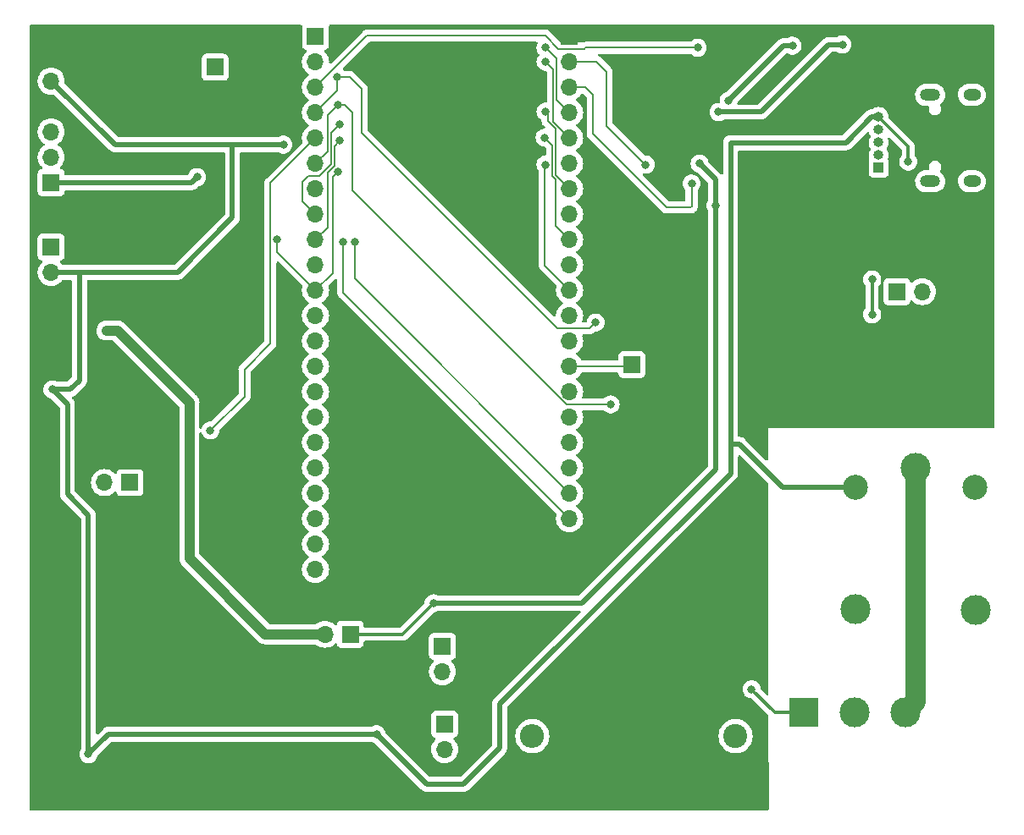
<source format=gbr>
%TF.GenerationSoftware,KiCad,Pcbnew,7.0.6*%
%TF.CreationDate,2023-09-04T20:16:31+02:00*%
%TF.ProjectId,LAS_V2,4c41535f-5632-42e6-9b69-6361645f7063,rev?*%
%TF.SameCoordinates,Original*%
%TF.FileFunction,Copper,L2,Bot*%
%TF.FilePolarity,Positive*%
%FSLAX46Y46*%
G04 Gerber Fmt 4.6, Leading zero omitted, Abs format (unit mm)*
G04 Created by KiCad (PCBNEW 7.0.6) date 2023-09-04 20:16:31*
%MOMM*%
%LPD*%
G01*
G04 APERTURE LIST*
%TA.AperFunction,ComponentPad*%
%ADD10C,2.400000*%
%TD*%
%TA.AperFunction,ComponentPad*%
%ADD11O,2.400000X2.400000*%
%TD*%
%TA.AperFunction,ComponentPad*%
%ADD12O,2.000000X1.200000*%
%TD*%
%TA.AperFunction,ComponentPad*%
%ADD13O,1.800000X1.200000*%
%TD*%
%TA.AperFunction,ComponentPad*%
%ADD14R,1.700000X1.700000*%
%TD*%
%TA.AperFunction,ComponentPad*%
%ADD15O,1.700000X1.700000*%
%TD*%
%TA.AperFunction,ComponentPad*%
%ADD16R,3.000000X3.000000*%
%TD*%
%TA.AperFunction,ComponentPad*%
%ADD17C,3.000000*%
%TD*%
%TA.AperFunction,ComponentPad*%
%ADD18R,1.000000X1.000000*%
%TD*%
%TA.AperFunction,ComponentPad*%
%ADD19O,1.000000X1.000000*%
%TD*%
%TA.AperFunction,ComponentPad*%
%ADD20C,2.500000*%
%TD*%
%TA.AperFunction,ViaPad*%
%ADD21C,0.800000*%
%TD*%
%TA.AperFunction,Conductor*%
%ADD22C,0.200000*%
%TD*%
%TA.AperFunction,Conductor*%
%ADD23C,0.500000*%
%TD*%
%TA.AperFunction,Conductor*%
%ADD24C,0.300000*%
%TD*%
%TA.AperFunction,Conductor*%
%ADD25C,2.000000*%
%TD*%
%TA.AperFunction,Conductor*%
%ADD26C,1.000000*%
%TD*%
G04 APERTURE END LIST*
D10*
%TO.P,R17,1*%
%TO.N,Net-(D8-+)*%
X178594500Y-141195000D03*
D11*
%TO.P,R17,2*%
%TO.N,Net-(D11-K)*%
X158274500Y-141195000D03*
%TD*%
D12*
%TO.P,J7,0*%
%TO.N,N/C*%
X198039250Y-85656250D03*
%TO.P,J7,1*%
X198039250Y-77006250D03*
D13*
%TO.P,J7,2*%
X202219250Y-77006250D03*
%TO.P,J7,3*%
X202219250Y-85656250D03*
%TD*%
D14*
%TO.P,J9,1,Pin_1*%
%TO.N,/BOOT_SEL*%
X168225000Y-104000000D03*
D15*
%TO.P,J9,2,Pin_2*%
%TO.N,GND*%
X170765000Y-104000000D03*
%TD*%
D16*
%TO.P,J1,1,Pin_1*%
%TO.N,/NEUTRAL*%
X185440000Y-138800000D03*
D17*
%TO.P,J1,2,Pin_2*%
%TO.N,/N01*%
X190520000Y-138800000D03*
%TO.P,J1,3,Pin_3*%
%TO.N,/LIVE*%
X195600000Y-138800000D03*
%TD*%
D14*
%TO.P,J5,1,Pin_1*%
%TO.N,GND*%
X162000000Y-71170000D03*
D15*
%TO.P,J5,2,Pin_2*%
%TO.N,/TXD0*%
X162000000Y-73710000D03*
%TO.P,J5,3,Pin_3*%
%TO.N,/RXD0*%
X162000000Y-76250000D03*
%TO.P,J5,4,Pin_4*%
%TO.N,/GPIO1*%
X162000000Y-78790000D03*
%TO.P,J5,5,Pin_5*%
%TO.N,/GPIO2*%
X162000000Y-81330000D03*
%TO.P,J5,6,Pin_6*%
%TO.N,/GPIO42*%
X162000000Y-83870000D03*
%TO.P,J5,7,Pin_7*%
%TO.N,/GPIO41*%
X162000000Y-86410000D03*
%TO.P,J5,8,Pin_8*%
%TO.N,/GPIO40*%
X162000000Y-88950000D03*
%TO.P,J5,9,Pin_9*%
%TO.N,/GPIO39*%
X162000000Y-91490000D03*
%TO.P,J5,10,Pin_10*%
%TO.N,/GPIO38*%
X162000000Y-94030000D03*
%TO.P,J5,11,Pin_11*%
%TO.N,/GPIO37*%
X162000000Y-96570000D03*
%TO.P,J5,12,Pin_12*%
%TO.N,/GPIO36*%
X162000000Y-99110000D03*
%TO.P,J5,13,Pin_13*%
%TO.N,/GPIO35*%
X162000000Y-101650000D03*
%TO.P,J5,14,Pin_14*%
%TO.N,/BOOT_SEL*%
X162000000Y-104190000D03*
%TO.P,J5,15,Pin_15*%
%TO.N,/GPIO45*%
X162000000Y-106730000D03*
%TO.P,J5,16,Pin_16*%
%TO.N,/GPIO48*%
X162000000Y-109270000D03*
%TO.P,J5,17,Pin_17*%
%TO.N,/GPIO47*%
X162000000Y-111810000D03*
%TO.P,J5,18,Pin_18*%
%TO.N,/GPIO21*%
X162000000Y-114350000D03*
%TO.P,J5,19,Pin_19*%
%TO.N,/GPIO20*%
X162000000Y-116890000D03*
%TO.P,J5,20,Pin_20*%
%TO.N,/GPIO19*%
X162000000Y-119430000D03*
%TO.P,J5,21,Pin_21*%
%TO.N,GND*%
X162000000Y-121970000D03*
%TO.P,J5,22,Pin_22*%
X162000000Y-124510000D03*
%TD*%
D14*
%TO.P,J6,1,Pin_1*%
%TO.N,/GPIO6*%
X194718000Y-96704000D03*
D15*
%TO.P,J6,2,Pin_2*%
%TO.N,Net-(J6-Pin_2)*%
X197258000Y-96704000D03*
%TD*%
D14*
%TO.P,J13,1,Pin_1*%
%TO.N,/AC_Mon_1*%
X149294500Y-132195000D03*
D15*
%TO.P,J13,2,Pin_2*%
%TO.N,Net-(J13-Pin_2)*%
X149294500Y-134735000D03*
%TD*%
D14*
%TO.P,J11,1,Pin_1*%
%TO.N,/+3.3V*%
X140075000Y-131000000D03*
D15*
%TO.P,J11,2,Pin_2*%
%TO.N,Net-(J11-Pin_2)*%
X137535000Y-131000000D03*
%TD*%
D14*
%TO.P,J2,1,Pin_1*%
%TO.N,/+3.3V*%
X110175000Y-92230000D03*
D15*
%TO.P,J2,2,Pin_2*%
%TO.N,/VCC_5V*%
X110175000Y-94770000D03*
%TO.P,J2,3,Pin_3*%
%TO.N,GND*%
X110175000Y-97310000D03*
%TD*%
D18*
%TO.P,J8,1,Pin_1*%
%TO.N,Net-(J8-Pin_1)*%
X192893750Y-84306250D03*
D19*
%TO.P,J8,2,Pin_2*%
%TO.N,Net-(J8-Pin_2)*%
X192893750Y-83036250D03*
%TO.P,J8,3,Pin_3*%
%TO.N,/TXD0*%
X192893750Y-81766250D03*
%TO.P,J8,4,Pin_4*%
%TO.N,/RXD0*%
X192893750Y-80496250D03*
%TO.P,J8,5,Pin_5*%
%TO.N,/VCC_5V*%
X192893750Y-79226250D03*
%TD*%
D14*
%TO.P,J3,1,Pin_1*%
%TO.N,/TX_RFID*%
X110175000Y-85790000D03*
D15*
%TO.P,J3,2,Pin_2*%
%TO.N,unconnected-(J3-Pin_2-Pad2)*%
X110175000Y-83250000D03*
%TO.P,J3,3,Pin_3*%
%TO.N,unconnected-(J3-Pin_3-Pad3)*%
X110175000Y-80710000D03*
%TO.P,J3,4,Pin_4*%
%TO.N,GND*%
X110175000Y-78170000D03*
%TO.P,J3,5,Pin_5*%
%TO.N,/VCC_5V*%
X110175000Y-75630000D03*
%TD*%
D17*
%TO.P,K1,1*%
%TO.N,/LIVE*%
X196600000Y-114336000D03*
D20*
%TO.P,K1,2*%
%TO.N,/VCC_5V*%
X190550000Y-116286000D03*
D17*
%TO.P,K1,3*%
%TO.N,/N01*%
X190550000Y-128486000D03*
%TO.P,K1,4*%
%TO.N,/NC1*%
X202600000Y-128536000D03*
D20*
%TO.P,K1,5*%
%TO.N,Net-(D6-K)*%
X202550000Y-116286000D03*
%TD*%
D14*
%TO.P,J4,1,Pin_1*%
%TO.N,/+3.3V*%
X136600000Y-71170000D03*
D15*
%TO.P,J4,2,Pin_2*%
X136600000Y-73710000D03*
%TO.P,J4,3,Pin_3*%
%TO.N,/CHIP_PU*%
X136600000Y-76250000D03*
%TO.P,J4,4,Pin_4*%
%TO.N,/GPIO4*%
X136600000Y-78790000D03*
%TO.P,J4,5,Pin_5*%
%TO.N,/DIN_3.3*%
X136600000Y-81330000D03*
%TO.P,J4,6,Pin_6*%
%TO.N,/GPIO6*%
X136600000Y-83870000D03*
%TO.P,J4,7,Pin_7*%
%TO.N,/AC_Mon_1*%
X136600000Y-86410000D03*
%TO.P,J4,8,Pin_8*%
%TO.N,/GPIO15*%
X136600000Y-88950000D03*
%TO.P,J4,9,Pin_9*%
%TO.N,/GPIO16*%
X136600000Y-91490000D03*
%TO.P,J4,10,Pin_10*%
%TO.N,/GPIO17*%
X136600000Y-94030000D03*
%TO.P,J4,11,Pin_11*%
%TO.N,/GPIO18*%
X136600000Y-96570000D03*
%TO.P,J4,12,Pin_12*%
%TO.N,/GPIO8*%
X136600000Y-99110000D03*
%TO.P,J4,13,Pin_13*%
%TO.N,/GPIO3*%
X136600000Y-101650000D03*
%TO.P,J4,14,Pin_14*%
%TO.N,/GPIO46*%
X136600000Y-104190000D03*
%TO.P,J4,15,Pin_15*%
%TO.N,/GPIO9*%
X136600000Y-106730000D03*
%TO.P,J4,16,Pin_16*%
%TO.N,/GPIO10*%
X136600000Y-109270000D03*
%TO.P,J4,17,Pin_17*%
%TO.N,/GPIO11*%
X136600000Y-111810000D03*
%TO.P,J4,18,Pin_18*%
%TO.N,/GPIO12*%
X136600000Y-114350000D03*
%TO.P,J4,19,Pin_19*%
%TO.N,/GPIO13*%
X136600000Y-116890000D03*
%TO.P,J4,20,Pin_20*%
%TO.N,/GPIO14*%
X136600000Y-119430000D03*
%TO.P,J4,21,Pin_21*%
%TO.N,unconnected-(J4-Pin_21-Pad21)*%
X136600000Y-121970000D03*
%TO.P,J4,22,Pin_22*%
%TO.N,unconnected-(J4-Pin_22-Pad22)*%
X136600000Y-124510000D03*
%TD*%
D14*
%TO.P,J14,1,Pin_1*%
%TO.N,Net-(J14-Pin_1)*%
X149494500Y-139995000D03*
D15*
%TO.P,J14,2,Pin_2*%
%TO.N,Net-(D11-K)*%
X149494500Y-142535000D03*
%TD*%
D14*
%TO.P,J10,1,Pin_1*%
%TO.N,/CHIP_PU*%
X126555000Y-74250000D03*
D15*
%TO.P,J10,2,Pin_2*%
%TO.N,GND*%
X126555000Y-76790000D03*
%TD*%
D14*
%TO.P,J12,1,Pin_1*%
%TO.N,/DIN_3.3*%
X118050000Y-115825000D03*
D15*
%TO.P,J12,2,Pin_2*%
%TO.N,/LEDs/DIN*%
X115510000Y-115825000D03*
%TD*%
D21*
%TO.N,/CHIP_PU*%
X174800000Y-72300000D03*
%TO.N,GND*%
X148400000Y-80200000D03*
X147000000Y-77400000D03*
X174900000Y-77500000D03*
X196500000Y-87400000D03*
X133700000Y-74900000D03*
X147000000Y-78800000D03*
X194000000Y-100800000D03*
X146300000Y-78100000D03*
X176800000Y-83500000D03*
X129800000Y-77100000D03*
X149100000Y-79500000D03*
X146300000Y-79500000D03*
X147700000Y-79500000D03*
X149100000Y-78100000D03*
X148400000Y-78800000D03*
X147000000Y-80200000D03*
X148400000Y-77400000D03*
X147700000Y-78100000D03*
%TO.N,/BOOT_SEL*%
X176893750Y-78731250D03*
X189275000Y-71975000D03*
%TO.N,/+3.3V*%
X175000000Y-83900000D03*
X148400000Y-127900000D03*
X176600000Y-88100000D03*
%TO.N,/VCC_5V*%
X142700000Y-141000000D03*
X192250000Y-95500000D03*
X192250000Y-99000000D03*
X110300000Y-106500000D03*
X113900000Y-143000000D03*
X195843750Y-83700000D03*
X133400000Y-82000000D03*
%TO.N,/NEUTRAL*%
X180200000Y-136500000D03*
%TO.N,/TX_RFID*%
X124750000Y-85250000D03*
%TO.N,/GPIO4*%
X164600000Y-99800000D03*
X138800000Y-75200000D03*
%TO.N,/DIN_3.3*%
X126100000Y-110600000D03*
%TO.N,/GPIO6*%
X138824750Y-78024750D03*
X166100000Y-108000000D03*
%TO.N,/GPIO15*%
X138999500Y-79965922D03*
%TO.N,/GPIO16*%
X139049500Y-81600000D03*
%TO.N,/GPIO18*%
X132749500Y-91500000D03*
X138849500Y-84700000D03*
%TO.N,/TXD0*%
X169600000Y-84000000D03*
%TO.N,/RXD0*%
X174200000Y-85900000D03*
%TO.N,/GPIO1*%
X159600000Y-72300000D03*
%TO.N,/GPIO2*%
X159600000Y-73700000D03*
%TO.N,/GPIO41*%
X159600000Y-78700000D03*
%TO.N,/GPIO39*%
X159500000Y-81300000D03*
%TO.N,/GPIO37*%
X159600500Y-84000000D03*
%TO.N,/GPIO20*%
X140500000Y-91700000D03*
%TO.N,/GPIO19*%
X139349500Y-91700000D03*
%TO.N,Net-(Q2-B)*%
X184293750Y-72100000D03*
X177893750Y-77581250D03*
%TO.N,Net-(J11-Pin_2)*%
X115700000Y-100600000D03*
%TD*%
D22*
%TO.N,/CHIP_PU*%
X174800000Y-72300000D02*
X163600000Y-72300000D01*
X141750000Y-71100000D02*
X136600000Y-76250000D01*
X160900000Y-72400000D02*
X159600000Y-71100000D01*
X159600000Y-71100000D02*
X141750000Y-71100000D01*
X163500000Y-72400000D02*
X160900000Y-72400000D01*
X163600000Y-72300000D02*
X163500000Y-72400000D01*
%TO.N,/BOOT_SEL*%
X162000000Y-104190000D02*
X168035000Y-104190000D01*
X168035000Y-104190000D02*
X168225000Y-104000000D01*
D23*
X187900000Y-71975000D02*
X181143750Y-78731250D01*
X181143750Y-78731250D02*
X176893750Y-78731250D01*
X189275000Y-71975000D02*
X187900000Y-71975000D01*
D24*
%TO.N,/+3.3V*%
X145300000Y-131000000D02*
X148400000Y-127900000D01*
D23*
X175000000Y-83900000D02*
X176600000Y-85500000D01*
X176600000Y-88100000D02*
X176600000Y-114500000D01*
X176600000Y-114500000D02*
X163200000Y-127900000D01*
X176600000Y-85500000D02*
X176600000Y-88100000D01*
D24*
X140075000Y-131000000D02*
X145300000Y-131000000D01*
D23*
X163200000Y-127900000D02*
X148400000Y-127900000D01*
%TO.N,/VCC_5V*%
X113900000Y-119100000D02*
X111800000Y-117000000D01*
X116545000Y-82000000D02*
X110175000Y-75630000D01*
X113000000Y-94870000D02*
X113100000Y-94770000D01*
X110300000Y-106500000D02*
X112100000Y-106500000D01*
X113000000Y-105600000D02*
X113000000Y-94870000D01*
X178093750Y-112000000D02*
X178093750Y-114906250D01*
X122830000Y-94770000D02*
X128300000Y-89300000D01*
X128300000Y-89300000D02*
X128300000Y-82000000D01*
X155000000Y-138000000D02*
X155000000Y-142400000D01*
X115900000Y-141000000D02*
X113900000Y-143000000D01*
X192186644Y-79226250D02*
X192893750Y-79226250D01*
X128300000Y-82000000D02*
X116545000Y-82000000D01*
X190550000Y-116286000D02*
X183286000Y-116286000D01*
X133400000Y-82000000D02*
X128300000Y-82000000D01*
X178093750Y-81806250D02*
X178093750Y-112000000D01*
D24*
X192250000Y-95500000D02*
X192250000Y-99000000D01*
D23*
X178093750Y-81806250D02*
X189606644Y-81806250D01*
X189606644Y-81806250D02*
X192186644Y-79226250D01*
X183286000Y-116286000D02*
X179000000Y-112000000D01*
X178093750Y-114906250D02*
X155000000Y-138000000D01*
X142700000Y-141000000D02*
X115900000Y-141000000D01*
X151400000Y-146000000D02*
X147700000Y-146000000D01*
X111800000Y-117000000D02*
X111800000Y-108000000D01*
X112100000Y-106500000D02*
X113000000Y-105600000D01*
D24*
X195843750Y-82176250D02*
X192893750Y-79226250D01*
D23*
X147700000Y-146000000D02*
X142700000Y-141000000D01*
D24*
X195843750Y-83700000D02*
X195843750Y-82176250D01*
D23*
X113900000Y-143000000D02*
X113900000Y-119100000D01*
X113100000Y-94770000D02*
X122830000Y-94770000D01*
X179000000Y-112000000D02*
X178093750Y-112000000D01*
X111800000Y-108000000D02*
X110300000Y-106500000D01*
X155000000Y-142400000D02*
X151400000Y-146000000D01*
X110175000Y-94770000D02*
X113100000Y-94770000D01*
D25*
%TO.N,/LIVE*%
X196600000Y-114336000D02*
X196600000Y-137800000D01*
X196600000Y-137800000D02*
X195600000Y-138800000D01*
D24*
%TO.N,/NEUTRAL*%
X180200000Y-136500000D02*
X182500000Y-138800000D01*
X182500000Y-138800000D02*
X185440000Y-138800000D01*
D23*
%TO.N,/TX_RFID*%
X124210000Y-85790000D02*
X110175000Y-85790000D01*
X124750000Y-85250000D02*
X124210000Y-85790000D01*
D22*
%TO.N,/GPIO4*%
X138800000Y-76590000D02*
X136600000Y-78790000D01*
X141200000Y-76400000D02*
X140000000Y-75200000D01*
X164600000Y-99800000D02*
X164000000Y-100400000D01*
X138800000Y-75200000D02*
X138800000Y-76590000D01*
X164000000Y-100400000D02*
X160800000Y-100400000D01*
X140000000Y-75200000D02*
X138800000Y-75200000D01*
X141200000Y-80800000D02*
X141200000Y-76400000D01*
X160800000Y-100400000D02*
X141200000Y-80800000D01*
%TO.N,/DIN_3.3*%
X129500000Y-104500000D02*
X132100000Y-101900000D01*
X132100000Y-85830000D02*
X136600000Y-81330000D01*
X129500000Y-107200000D02*
X129500000Y-104500000D01*
X126100000Y-110600000D02*
X129500000Y-107200000D01*
X132100000Y-101900000D02*
X132100000Y-85830000D01*
%TO.N,/GPIO6*%
X138824750Y-78024750D02*
X137800000Y-79049500D01*
X166100000Y-108000000D02*
X161714365Y-108000000D01*
X137800000Y-79049500D02*
X137800000Y-82670000D01*
X161714365Y-108000000D02*
X140300000Y-86585635D01*
X140300000Y-86585635D02*
X140300000Y-78800000D01*
X140300000Y-78800000D02*
X139524750Y-78024750D01*
X137800000Y-82670000D02*
X136600000Y-83870000D01*
X139524750Y-78024750D02*
X138824750Y-78024750D01*
%TO.N,/GPIO15*%
X138150000Y-83950000D02*
X137000000Y-85100000D01*
X135300000Y-85700000D02*
X135300000Y-87650000D01*
X135900000Y-85100000D02*
X135300000Y-85700000D01*
X135300000Y-87650000D02*
X136600000Y-88950000D01*
X137000000Y-85100000D02*
X135900000Y-85100000D01*
X138150000Y-80815422D02*
X138150000Y-83950000D01*
X138999500Y-79965922D02*
X138150000Y-80815422D01*
%TO.N,/GPIO16*%
X137800000Y-90290000D02*
X136600000Y-91490000D01*
X137800000Y-84794974D02*
X137800000Y-90290000D01*
X138500000Y-84094974D02*
X137800000Y-84794974D01*
X139049500Y-81600000D02*
X138500000Y-82149500D01*
X138500000Y-82149500D02*
X138500000Y-84094974D01*
%TO.N,/GPIO18*%
X132749500Y-91500000D02*
X132749500Y-92719500D01*
X132749500Y-92719500D02*
X136600000Y-96570000D01*
X138300000Y-94870000D02*
X136600000Y-96570000D01*
X138300000Y-85249500D02*
X138300000Y-94870000D01*
X138849500Y-84700000D02*
X138300000Y-85249500D01*
%TO.N,/TXD0*%
X165700000Y-74700000D02*
X164710000Y-73710000D01*
X164710000Y-73710000D02*
X162000000Y-73710000D01*
X165700000Y-74700000D02*
X165700000Y-80100000D01*
X165700000Y-80100000D02*
X169600000Y-84000000D01*
%TO.N,/RXD0*%
X164300000Y-80900000D02*
X164300000Y-77000000D01*
X171700000Y-88300000D02*
X164300000Y-80900000D01*
X174200000Y-88200000D02*
X174100000Y-88300000D01*
X174200000Y-85900000D02*
X174200000Y-88200000D01*
X163550000Y-76250000D02*
X162000000Y-76250000D01*
X164300000Y-77000000D02*
X163550000Y-76250000D01*
X174100000Y-88300000D02*
X171700000Y-88300000D01*
%TO.N,/GPIO1*%
X160700000Y-77490000D02*
X162000000Y-78790000D01*
X160700000Y-73400000D02*
X160700000Y-77490000D01*
X159600000Y-72300000D02*
X160700000Y-73400000D01*
%TO.N,/GPIO2*%
X159600000Y-73700000D02*
X160350000Y-74450000D01*
X160350000Y-79680000D02*
X162000000Y-81330000D01*
X160350000Y-74450000D02*
X160350000Y-79680000D01*
%TO.N,/GPIO41*%
X160600000Y-80424974D02*
X160600000Y-85010000D01*
X159600000Y-78700000D02*
X159800000Y-78900000D01*
X160600000Y-85010000D02*
X162000000Y-86410000D01*
X159800000Y-79624974D02*
X160600000Y-80424974D01*
X159800000Y-78900000D02*
X159800000Y-79624974D01*
%TO.N,/GPIO39*%
X159500000Y-81300000D02*
X160250000Y-82050000D01*
X160250000Y-85154975D02*
X160600000Y-85504974D01*
X160600000Y-90090000D02*
X162000000Y-91490000D01*
X160600000Y-85504974D02*
X160600000Y-90090000D01*
X160250000Y-82050000D02*
X160250000Y-85154975D01*
%TO.N,/GPIO37*%
X159600500Y-84000000D02*
X159500000Y-84100500D01*
X159500000Y-84100500D02*
X159500000Y-94070000D01*
X159500000Y-94070000D02*
X162000000Y-96570000D01*
%TO.N,/GPIO20*%
X140500000Y-95390000D02*
X162000000Y-116890000D01*
X140500000Y-91700000D02*
X140500000Y-95390000D01*
%TO.N,/GPIO19*%
X139349500Y-91700000D02*
X139349500Y-96779500D01*
X139349500Y-96779500D02*
X162000000Y-119430000D01*
D23*
%TO.N,Net-(Q2-B)*%
X184293750Y-72100000D02*
X183375000Y-72100000D01*
X183375000Y-72100000D02*
X177893750Y-77581250D01*
D26*
%TO.N,Net-(J11-Pin_2)*%
X116800000Y-100600000D02*
X115700000Y-100600000D01*
X124000000Y-107800000D02*
X116800000Y-100600000D01*
X124000000Y-123400000D02*
X124000000Y-107800000D01*
X137535000Y-131000000D02*
X131600000Y-131000000D01*
X131600000Y-131000000D02*
X124000000Y-123400000D01*
%TD*%
%TA.AperFunction,Conductor*%
%TO.N,GND*%
G36*
X135219702Y-70030185D02*
G01*
X135265457Y-70082989D01*
X135275401Y-70152147D01*
X135268845Y-70177833D01*
X135255908Y-70212517D01*
X135249501Y-70272116D01*
X135249501Y-70272123D01*
X135249500Y-70272135D01*
X135249500Y-72067870D01*
X135249501Y-72067876D01*
X135255908Y-72127483D01*
X135306202Y-72262328D01*
X135306206Y-72262335D01*
X135392452Y-72377544D01*
X135392455Y-72377547D01*
X135507664Y-72463793D01*
X135507671Y-72463797D01*
X135639081Y-72512810D01*
X135695015Y-72554681D01*
X135719432Y-72620145D01*
X135704580Y-72688418D01*
X135683430Y-72716673D01*
X135561503Y-72838600D01*
X135425965Y-73032169D01*
X135425964Y-73032171D01*
X135326098Y-73246335D01*
X135326094Y-73246344D01*
X135264938Y-73474586D01*
X135264936Y-73474596D01*
X135244341Y-73709999D01*
X135244341Y-73710000D01*
X135264936Y-73945403D01*
X135264938Y-73945413D01*
X135326094Y-74173655D01*
X135326096Y-74173659D01*
X135326097Y-74173663D01*
X135397174Y-74326087D01*
X135425965Y-74387830D01*
X135425967Y-74387834D01*
X135514371Y-74514087D01*
X135560394Y-74579815D01*
X135561501Y-74581395D01*
X135561506Y-74581402D01*
X135728597Y-74748493D01*
X135728603Y-74748498D01*
X135914158Y-74878425D01*
X135957783Y-74933002D01*
X135964977Y-75002500D01*
X135933454Y-75064855D01*
X135914158Y-75081575D01*
X135728597Y-75211505D01*
X135561505Y-75378597D01*
X135425965Y-75572169D01*
X135425964Y-75572171D01*
X135326098Y-75786335D01*
X135326094Y-75786344D01*
X135264938Y-76014586D01*
X135264936Y-76014596D01*
X135244341Y-76249999D01*
X135244341Y-76250000D01*
X135264936Y-76485403D01*
X135264938Y-76485413D01*
X135326094Y-76713655D01*
X135326096Y-76713659D01*
X135326097Y-76713663D01*
X135394488Y-76860328D01*
X135425965Y-76927830D01*
X135425967Y-76927834D01*
X135510833Y-77049034D01*
X135561501Y-77121396D01*
X135561506Y-77121402D01*
X135728597Y-77288493D01*
X135728603Y-77288498D01*
X135914158Y-77418425D01*
X135957783Y-77473002D01*
X135964977Y-77542500D01*
X135933454Y-77604855D01*
X135914158Y-77621575D01*
X135728597Y-77751505D01*
X135561505Y-77918597D01*
X135425965Y-78112169D01*
X135425964Y-78112171D01*
X135326098Y-78326335D01*
X135326094Y-78326344D01*
X135264938Y-78554586D01*
X135264936Y-78554596D01*
X135244341Y-78789999D01*
X135244341Y-78790000D01*
X135264936Y-79025403D01*
X135264938Y-79025413D01*
X135326094Y-79253655D01*
X135326096Y-79253659D01*
X135326097Y-79253663D01*
X135400402Y-79413010D01*
X135425965Y-79467830D01*
X135425967Y-79467834D01*
X135561501Y-79661395D01*
X135561506Y-79661402D01*
X135728597Y-79828493D01*
X135728603Y-79828498D01*
X135914158Y-79958425D01*
X135957783Y-80013002D01*
X135964977Y-80082500D01*
X135933454Y-80144855D01*
X135914158Y-80161575D01*
X135728597Y-80291505D01*
X135561505Y-80458597D01*
X135425965Y-80652169D01*
X135425964Y-80652171D01*
X135326098Y-80866335D01*
X135326094Y-80866344D01*
X135264938Y-81094586D01*
X135264936Y-81094596D01*
X135244341Y-81329999D01*
X135244341Y-81330000D01*
X135264936Y-81565403D01*
X135264938Y-81565413D01*
X135299327Y-81693756D01*
X135297664Y-81763606D01*
X135267233Y-81813530D01*
X131706096Y-85374668D01*
X131699994Y-85380019D01*
X131671716Y-85401718D01*
X131592488Y-85504973D01*
X131575462Y-85527161D01*
X131575461Y-85527163D01*
X131514957Y-85673234D01*
X131514955Y-85673239D01*
X131494318Y-85829998D01*
X131498968Y-85865328D01*
X131499499Y-85873428D01*
X131499499Y-101599902D01*
X131479814Y-101666941D01*
X131463180Y-101687583D01*
X129106096Y-104044668D01*
X129099993Y-104050020D01*
X129071719Y-104071716D01*
X129047550Y-104103215D01*
X128975461Y-104197162D01*
X128975461Y-104197163D01*
X128914957Y-104343234D01*
X128914955Y-104343239D01*
X128894318Y-104499998D01*
X128894318Y-104500000D01*
X128898969Y-104535326D01*
X128899500Y-104543427D01*
X128899500Y-106899902D01*
X128879815Y-106966941D01*
X128863181Y-106987583D01*
X126187584Y-109663181D01*
X126126261Y-109696666D01*
X126099903Y-109699500D01*
X126005354Y-109699500D01*
X125972897Y-109706398D01*
X125820197Y-109738855D01*
X125820192Y-109738857D01*
X125647270Y-109815848D01*
X125647265Y-109815851D01*
X125494129Y-109927111D01*
X125367466Y-110067785D01*
X125272821Y-110231715D01*
X125272818Y-110231722D01*
X125242430Y-110325248D01*
X125202992Y-110382924D01*
X125138634Y-110410122D01*
X125069787Y-110398207D01*
X125018312Y-110350963D01*
X125000499Y-110286930D01*
X125000499Y-107812714D01*
X125002757Y-107723641D01*
X125002756Y-107723640D01*
X125002757Y-107723637D01*
X124991933Y-107663253D01*
X124991280Y-107658587D01*
X124985464Y-107601401D01*
X124985074Y-107597562D01*
X124974788Y-107564780D01*
X124972918Y-107557166D01*
X124966858Y-107523348D01*
X124944092Y-107466352D01*
X124942527Y-107461955D01*
X124924159Y-107403412D01*
X124907491Y-107373382D01*
X124904120Y-107366284D01*
X124891378Y-107334384D01*
X124891377Y-107334381D01*
X124883471Y-107322386D01*
X124857605Y-107283139D01*
X124855183Y-107279142D01*
X124825409Y-107225498D01*
X124803034Y-107199434D01*
X124798306Y-107193163D01*
X124779404Y-107164484D01*
X124779399Y-107164478D01*
X124747954Y-107133034D01*
X124736019Y-107121099D01*
X124732828Y-107117655D01*
X124707608Y-107088277D01*
X124692866Y-107071105D01*
X124665694Y-107050072D01*
X124659807Y-107044887D01*
X117516452Y-99901532D01*
X117455059Y-99836947D01*
X117427204Y-99817559D01*
X117404709Y-99801902D01*
X117400946Y-99799064D01*
X117353413Y-99760305D01*
X117353406Y-99760300D01*
X117322959Y-99744397D01*
X117316251Y-99740334D01*
X117288049Y-99720705D01*
X117288046Y-99720703D01*
X117288045Y-99720703D01*
X117288041Y-99720701D01*
X117231680Y-99696514D01*
X117227424Y-99694493D01*
X117173057Y-99666094D01*
X117173050Y-99666091D01*
X117173049Y-99666091D01*
X117167008Y-99664362D01*
X117140030Y-99656642D01*
X117132630Y-99654008D01*
X117101057Y-99640459D01*
X117101058Y-99640459D01*
X117040966Y-99628109D01*
X117036391Y-99626986D01*
X116977420Y-99610113D01*
X116977425Y-99610113D01*
X116943158Y-99607503D01*
X116935380Y-99606412D01*
X116901742Y-99599500D01*
X116901741Y-99599500D01*
X116840402Y-99599500D01*
X116835695Y-99599321D01*
X116830121Y-99598896D01*
X116774524Y-99594662D01*
X116754589Y-99597201D01*
X116740440Y-99599003D01*
X116732611Y-99599500D01*
X115649257Y-99599500D01*
X115497560Y-99614925D01*
X115303420Y-99675837D01*
X115303405Y-99675844D01*
X115125500Y-99774589D01*
X115125495Y-99774592D01*
X114971106Y-99907132D01*
X114971104Y-99907134D01*
X114846554Y-100068037D01*
X114846553Y-100068040D01*
X114756940Y-100250728D01*
X114705937Y-100447714D01*
X114695631Y-100650936D01*
X114726442Y-100852063D01*
X114726445Y-100852075D01*
X114797111Y-101042881D01*
X114797113Y-101042884D01*
X114797114Y-101042887D01*
X114814933Y-101071475D01*
X114904745Y-101215567D01*
X114904747Y-101215569D01*
X114904748Y-101215571D01*
X115044941Y-101363053D01*
X115173344Y-101452424D01*
X115211949Y-101479294D01*
X115211950Y-101479294D01*
X115211951Y-101479295D01*
X115398942Y-101559540D01*
X115598259Y-101600500D01*
X116334217Y-101600500D01*
X116401256Y-101620185D01*
X116421898Y-101636819D01*
X122963181Y-108178102D01*
X122996666Y-108239425D01*
X122999500Y-108265783D01*
X122999500Y-123387283D01*
X122997243Y-123476362D01*
X122997243Y-123476370D01*
X123008064Y-123536739D01*
X123008718Y-123541404D01*
X123014925Y-123602430D01*
X123014927Y-123602444D01*
X123025208Y-123635213D01*
X123027079Y-123642837D01*
X123033142Y-123676652D01*
X123033142Y-123676655D01*
X123055894Y-123733612D01*
X123057474Y-123738051D01*
X123075841Y-123796588D01*
X123075844Y-123796595D01*
X123092509Y-123826619D01*
X123095879Y-123833714D01*
X123108622Y-123865614D01*
X123108627Y-123865624D01*
X123142377Y-123916833D01*
X123144818Y-123920863D01*
X123174588Y-123974498D01*
X123174589Y-123974499D01*
X123174591Y-123974502D01*
X123196968Y-124000567D01*
X123201693Y-124006835D01*
X123214263Y-124025906D01*
X123220598Y-124035519D01*
X123263978Y-124078899D01*
X123267169Y-124082343D01*
X123307131Y-124128892D01*
X123307130Y-124128892D01*
X123334299Y-124149923D01*
X123340186Y-124155107D01*
X130883547Y-131698467D01*
X130944941Y-131763053D01*
X130944944Y-131763055D01*
X130944947Y-131763058D01*
X130979053Y-131786795D01*
X130995303Y-131798106D01*
X130999044Y-131800926D01*
X131046593Y-131839698D01*
X131077045Y-131855604D01*
X131083758Y-131859672D01*
X131111951Y-131879295D01*
X131168329Y-131903489D01*
X131172578Y-131905507D01*
X131226951Y-131933909D01*
X131254489Y-131941788D01*
X131259974Y-131943358D01*
X131267368Y-131945990D01*
X131298942Y-131959540D01*
X131298945Y-131959540D01*
X131298946Y-131959541D01*
X131359022Y-131971887D01*
X131363600Y-131973010D01*
X131377501Y-131976987D01*
X131422582Y-131989887D01*
X131456839Y-131992495D01*
X131464614Y-131993586D01*
X131498255Y-132000500D01*
X131498259Y-132000500D01*
X131559598Y-132000500D01*
X131564304Y-132000678D01*
X131599062Y-132003325D01*
X131625475Y-132005337D01*
X131625475Y-132005336D01*
X131625476Y-132005337D01*
X131659559Y-132000996D01*
X131667389Y-132000500D01*
X136574242Y-132000500D01*
X136641281Y-132020185D01*
X136661923Y-132036819D01*
X136663599Y-132038495D01*
X136760384Y-132106264D01*
X136857165Y-132174032D01*
X136857167Y-132174033D01*
X136857170Y-132174035D01*
X137071337Y-132273903D01*
X137299592Y-132335063D01*
X137476034Y-132350500D01*
X137534999Y-132355659D01*
X137535000Y-132355659D01*
X137535001Y-132355659D01*
X137593966Y-132350500D01*
X137770408Y-132335063D01*
X137998663Y-132273903D01*
X138212830Y-132174035D01*
X138406401Y-132038495D01*
X138528329Y-131916566D01*
X138589648Y-131883084D01*
X138659340Y-131888068D01*
X138715274Y-131929939D01*
X138732189Y-131960917D01*
X138781202Y-132092328D01*
X138781206Y-132092335D01*
X138867452Y-132207544D01*
X138867455Y-132207547D01*
X138982664Y-132293793D01*
X138982671Y-132293797D01*
X139117517Y-132344091D01*
X139117516Y-132344091D01*
X139124444Y-132344835D01*
X139177127Y-132350500D01*
X140972872Y-132350499D01*
X141032483Y-132344091D01*
X141167331Y-132293796D01*
X141282546Y-132207546D01*
X141368796Y-132092331D01*
X141419091Y-131957483D01*
X141425500Y-131897873D01*
X141425500Y-131774500D01*
X141445185Y-131707461D01*
X141497989Y-131661706D01*
X141549500Y-131650500D01*
X145214495Y-131650500D01*
X145230505Y-131652267D01*
X145230528Y-131652026D01*
X145238289Y-131652758D01*
X145238296Y-131652760D01*
X145310203Y-131650500D01*
X145340925Y-131650500D01*
X145348190Y-131649581D01*
X145354016Y-131649122D01*
X145402569Y-131647597D01*
X145422956Y-131641673D01*
X145441996Y-131637731D01*
X145463058Y-131635071D01*
X145508235Y-131617183D01*
X145513735Y-131615300D01*
X145560398Y-131601744D01*
X145578665Y-131590939D01*
X145596136Y-131582380D01*
X145615871Y-131574568D01*
X145655177Y-131546010D01*
X145660043Y-131542813D01*
X145701865Y-131518081D01*
X145716870Y-131503075D01*
X145731668Y-131490436D01*
X145748837Y-131477963D01*
X145779809Y-131440522D01*
X145783713Y-131436231D01*
X148383126Y-128836819D01*
X148444450Y-128803334D01*
X148470808Y-128800500D01*
X148494644Y-128800500D01*
X148494646Y-128800500D01*
X148679803Y-128761144D01*
X148852730Y-128684151D01*
X148854776Y-128682664D01*
X148866452Y-128674182D01*
X148932258Y-128650702D01*
X148939337Y-128650500D01*
X162988769Y-128650500D01*
X163055808Y-128670185D01*
X163101563Y-128722989D01*
X163111507Y-128792147D01*
X163082482Y-128855703D01*
X163076450Y-128862181D01*
X154514358Y-137424272D01*
X154500729Y-137436051D01*
X154481468Y-137450390D01*
X154447898Y-137490397D01*
X154444253Y-137494376D01*
X154438409Y-137500222D01*
X154418059Y-137525959D01*
X154368695Y-137584789D01*
X154364729Y-137590819D01*
X154364682Y-137590788D01*
X154360630Y-137597147D01*
X154360679Y-137597177D01*
X154356889Y-137603321D01*
X154324424Y-137672941D01*
X154289960Y-137741566D01*
X154287488Y-137748357D01*
X154287432Y-137748336D01*
X154284960Y-137755450D01*
X154285015Y-137755469D01*
X154282742Y-137762327D01*
X154274975Y-137799946D01*
X154267207Y-137837565D01*
X154254071Y-137892990D01*
X154249498Y-137912286D01*
X154248661Y-137919454D01*
X154248601Y-137919447D01*
X154247835Y-137926945D01*
X154247895Y-137926951D01*
X154247265Y-137934140D01*
X154249500Y-138010914D01*
X154249500Y-142037770D01*
X154229815Y-142104809D01*
X154213181Y-142125451D01*
X151125451Y-145213181D01*
X151064128Y-145246666D01*
X151037770Y-145249500D01*
X148062229Y-145249500D01*
X147995190Y-145229815D01*
X147974548Y-145213181D01*
X145296368Y-142535000D01*
X148138841Y-142535000D01*
X148159436Y-142770403D01*
X148159438Y-142770413D01*
X148220594Y-142998655D01*
X148220596Y-142998659D01*
X148220597Y-142998663D01*
X148290512Y-143148595D01*
X148320465Y-143212830D01*
X148320467Y-143212834D01*
X148428781Y-143367521D01*
X148456005Y-143406401D01*
X148623099Y-143573495D01*
X148719884Y-143641265D01*
X148816665Y-143709032D01*
X148816667Y-143709033D01*
X148816670Y-143709035D01*
X149030837Y-143808903D01*
X149259092Y-143870063D01*
X149447418Y-143886539D01*
X149494499Y-143890659D01*
X149494500Y-143890659D01*
X149494501Y-143890659D01*
X149533734Y-143887226D01*
X149729908Y-143870063D01*
X149958163Y-143808903D01*
X150172330Y-143709035D01*
X150365901Y-143573495D01*
X150532995Y-143406401D01*
X150668535Y-143212830D01*
X150768403Y-142998663D01*
X150829563Y-142770408D01*
X150850159Y-142535000D01*
X150829563Y-142299592D01*
X150768403Y-142071337D01*
X150668535Y-141857171D01*
X150619274Y-141786819D01*
X150532996Y-141663600D01*
X150532995Y-141663599D01*
X150411067Y-141541671D01*
X150377584Y-141480351D01*
X150382568Y-141410659D01*
X150424439Y-141354725D01*
X150455415Y-141337810D01*
X150586831Y-141288796D01*
X150702046Y-141202546D01*
X150788296Y-141087331D01*
X150838591Y-140952483D01*
X150845000Y-140892873D01*
X150844999Y-139097128D01*
X150838591Y-139037517D01*
X150788296Y-138902669D01*
X150788295Y-138902668D01*
X150788293Y-138902664D01*
X150702047Y-138787455D01*
X150702044Y-138787452D01*
X150586835Y-138701206D01*
X150586828Y-138701202D01*
X150451982Y-138650908D01*
X150451983Y-138650908D01*
X150392383Y-138644501D01*
X150392381Y-138644500D01*
X150392373Y-138644500D01*
X150392364Y-138644500D01*
X148596629Y-138644500D01*
X148596623Y-138644501D01*
X148537016Y-138650908D01*
X148402171Y-138701202D01*
X148402164Y-138701206D01*
X148286955Y-138787452D01*
X148286952Y-138787455D01*
X148200706Y-138902664D01*
X148200702Y-138902671D01*
X148150408Y-139037517D01*
X148144001Y-139097116D01*
X148144001Y-139097123D01*
X148144000Y-139097135D01*
X148144000Y-140892870D01*
X148144001Y-140892876D01*
X148150408Y-140952483D01*
X148200702Y-141087328D01*
X148200706Y-141087335D01*
X148286952Y-141202544D01*
X148286955Y-141202547D01*
X148402164Y-141288793D01*
X148402171Y-141288797D01*
X148533581Y-141337810D01*
X148589515Y-141379681D01*
X148613932Y-141445145D01*
X148599080Y-141513418D01*
X148577930Y-141541673D01*
X148456003Y-141663600D01*
X148320465Y-141857169D01*
X148320464Y-141857171D01*
X148220598Y-142071335D01*
X148220594Y-142071344D01*
X148159438Y-142299586D01*
X148159436Y-142299596D01*
X148138841Y-142534999D01*
X148138841Y-142535000D01*
X145296368Y-142535000D01*
X143612770Y-140851402D01*
X143582521Y-140802041D01*
X143527179Y-140631716D01*
X143432533Y-140467784D01*
X143305871Y-140327112D01*
X143302638Y-140324763D01*
X143152734Y-140215851D01*
X143152729Y-140215848D01*
X142979807Y-140138857D01*
X142979802Y-140138855D01*
X142834000Y-140107865D01*
X142794646Y-140099500D01*
X142605354Y-140099500D01*
X142572897Y-140106398D01*
X142420197Y-140138855D01*
X142420192Y-140138857D01*
X142247270Y-140215848D01*
X142247265Y-140215851D01*
X142233548Y-140225818D01*
X142167742Y-140249298D01*
X142160663Y-140249500D01*
X115963705Y-140249500D01*
X115945735Y-140248191D01*
X115921972Y-140244710D01*
X115876890Y-140248655D01*
X115869933Y-140249264D01*
X115864532Y-140249500D01*
X115856287Y-140249500D01*
X115830222Y-140252546D01*
X115823705Y-140253308D01*
X115818403Y-140253771D01*
X115747201Y-140260001D01*
X115740134Y-140261461D01*
X115740122Y-140261404D01*
X115732753Y-140263038D01*
X115732767Y-140263095D01*
X115725739Y-140264760D01*
X115670536Y-140284852D01*
X115653563Y-140291030D01*
X115580666Y-140315186D01*
X115580664Y-140315186D01*
X115580661Y-140315188D01*
X115574122Y-140318237D01*
X115574097Y-140318185D01*
X115567308Y-140321471D01*
X115567334Y-140321522D01*
X115560884Y-140324761D01*
X115496716Y-140366964D01*
X115431347Y-140407285D01*
X115425677Y-140411769D01*
X115425641Y-140411723D01*
X115419798Y-140416484D01*
X115419835Y-140416528D01*
X115414310Y-140421164D01*
X115361614Y-140477017D01*
X114862181Y-140976450D01*
X114800858Y-141009935D01*
X114731166Y-141004951D01*
X114675233Y-140963079D01*
X114650816Y-140897615D01*
X114650500Y-140888769D01*
X114650500Y-134735000D01*
X147938841Y-134735000D01*
X147959436Y-134970403D01*
X147959438Y-134970413D01*
X148020594Y-135198655D01*
X148020596Y-135198659D01*
X148020597Y-135198663D01*
X148120464Y-135412830D01*
X148120465Y-135412830D01*
X148120467Y-135412834D01*
X148228781Y-135567521D01*
X148256005Y-135606401D01*
X148423099Y-135773495D01*
X148499671Y-135827111D01*
X148616665Y-135909032D01*
X148616667Y-135909033D01*
X148616670Y-135909035D01*
X148830837Y-136008903D01*
X149059092Y-136070063D01*
X149247418Y-136086539D01*
X149294499Y-136090659D01*
X149294500Y-136090659D01*
X149294501Y-136090659D01*
X149333734Y-136087226D01*
X149529908Y-136070063D01*
X149758163Y-136008903D01*
X149972330Y-135909035D01*
X150165901Y-135773495D01*
X150332995Y-135606401D01*
X150468535Y-135412830D01*
X150568403Y-135198663D01*
X150629563Y-134970408D01*
X150650159Y-134735000D01*
X150629563Y-134499592D01*
X150568403Y-134271337D01*
X150468535Y-134057171D01*
X150332995Y-133863599D01*
X150211067Y-133741671D01*
X150177584Y-133680351D01*
X150182568Y-133610659D01*
X150224439Y-133554725D01*
X150255415Y-133537810D01*
X150386831Y-133488796D01*
X150502046Y-133402546D01*
X150588296Y-133287331D01*
X150638591Y-133152483D01*
X150645000Y-133092873D01*
X150644999Y-131297128D01*
X150638591Y-131237517D01*
X150588296Y-131102669D01*
X150588295Y-131102668D01*
X150588293Y-131102664D01*
X150502047Y-130987455D01*
X150502044Y-130987452D01*
X150386835Y-130901206D01*
X150386828Y-130901202D01*
X150251982Y-130850908D01*
X150251983Y-130850908D01*
X150192383Y-130844501D01*
X150192381Y-130844500D01*
X150192373Y-130844500D01*
X150192364Y-130844500D01*
X148396629Y-130844500D01*
X148396623Y-130844501D01*
X148337016Y-130850908D01*
X148202171Y-130901202D01*
X148202164Y-130901206D01*
X148086955Y-130987452D01*
X148086952Y-130987455D01*
X148000706Y-131102664D01*
X148000702Y-131102671D01*
X147950408Y-131237517D01*
X147944001Y-131297116D01*
X147944001Y-131297123D01*
X147944000Y-131297135D01*
X147944000Y-133092870D01*
X147944001Y-133092876D01*
X147950408Y-133152483D01*
X148000702Y-133287328D01*
X148000706Y-133287335D01*
X148086952Y-133402544D01*
X148086955Y-133402547D01*
X148202164Y-133488793D01*
X148202171Y-133488797D01*
X148333581Y-133537810D01*
X148389515Y-133579681D01*
X148413932Y-133645145D01*
X148399080Y-133713418D01*
X148377930Y-133741673D01*
X148256003Y-133863600D01*
X148120465Y-134057169D01*
X148120464Y-134057171D01*
X148020598Y-134271335D01*
X148020594Y-134271344D01*
X147959438Y-134499586D01*
X147959436Y-134499596D01*
X147938841Y-134734999D01*
X147938841Y-134735000D01*
X114650500Y-134735000D01*
X114650500Y-119163705D01*
X114651809Y-119145735D01*
X114655289Y-119121974D01*
X114650736Y-119069939D01*
X114650500Y-119064532D01*
X114650500Y-119056297D01*
X114650500Y-119056291D01*
X114646691Y-119023707D01*
X114639998Y-118947202D01*
X114639996Y-118947197D01*
X114638538Y-118940133D01*
X114638597Y-118940120D01*
X114636967Y-118932764D01*
X114636908Y-118932779D01*
X114635241Y-118925751D01*
X114635241Y-118925745D01*
X114608966Y-118853556D01*
X114584813Y-118780665D01*
X114584808Y-118780658D01*
X114581760Y-118774119D01*
X114581815Y-118774092D01*
X114578529Y-118767305D01*
X114578476Y-118767332D01*
X114575238Y-118760883D01*
X114533023Y-118696700D01*
X114492709Y-118631341D01*
X114488233Y-118625681D01*
X114488280Y-118625643D01*
X114483519Y-118619799D01*
X114483474Y-118619838D01*
X114478834Y-118614308D01*
X114422964Y-118561596D01*
X112586819Y-116725450D01*
X112553334Y-116664127D01*
X112550500Y-116637769D01*
X112550500Y-115825000D01*
X114154341Y-115825000D01*
X114174936Y-116060403D01*
X114174938Y-116060413D01*
X114236094Y-116288655D01*
X114236096Y-116288659D01*
X114236097Y-116288663D01*
X114319626Y-116467791D01*
X114335965Y-116502830D01*
X114335967Y-116502834D01*
X114367334Y-116547630D01*
X114471505Y-116696401D01*
X114638599Y-116863495D01*
X114716217Y-116917844D01*
X114832165Y-116999032D01*
X114832167Y-116999033D01*
X114832170Y-116999035D01*
X115046337Y-117098903D01*
X115274592Y-117160063D01*
X115451034Y-117175500D01*
X115509999Y-117180659D01*
X115510000Y-117180659D01*
X115510001Y-117180659D01*
X115568966Y-117175500D01*
X115745408Y-117160063D01*
X115973663Y-117098903D01*
X116187830Y-116999035D01*
X116381401Y-116863495D01*
X116503329Y-116741566D01*
X116564648Y-116708084D01*
X116634340Y-116713068D01*
X116690274Y-116754939D01*
X116707189Y-116785917D01*
X116756202Y-116917328D01*
X116756206Y-116917335D01*
X116842452Y-117032544D01*
X116842455Y-117032547D01*
X116957664Y-117118793D01*
X116957671Y-117118797D01*
X117092517Y-117169091D01*
X117092516Y-117169091D01*
X117099444Y-117169835D01*
X117152127Y-117175500D01*
X118947872Y-117175499D01*
X119007483Y-117169091D01*
X119142331Y-117118796D01*
X119257546Y-117032546D01*
X119343796Y-116917331D01*
X119394091Y-116782483D01*
X119400500Y-116722873D01*
X119400499Y-114927128D01*
X119394091Y-114867517D01*
X119392810Y-114864083D01*
X119343797Y-114732671D01*
X119343793Y-114732664D01*
X119257547Y-114617455D01*
X119257544Y-114617452D01*
X119142335Y-114531206D01*
X119142328Y-114531202D01*
X119007482Y-114480908D01*
X119007483Y-114480908D01*
X118947883Y-114474501D01*
X118947881Y-114474500D01*
X118947873Y-114474500D01*
X118947864Y-114474500D01*
X117152129Y-114474500D01*
X117152123Y-114474501D01*
X117092516Y-114480908D01*
X116957671Y-114531202D01*
X116957664Y-114531206D01*
X116842455Y-114617452D01*
X116842452Y-114617455D01*
X116756206Y-114732664D01*
X116756203Y-114732669D01*
X116707189Y-114864083D01*
X116665317Y-114920016D01*
X116599853Y-114944433D01*
X116531580Y-114929581D01*
X116503326Y-114908430D01*
X116381402Y-114786506D01*
X116381395Y-114786501D01*
X116187834Y-114650967D01*
X116187830Y-114650965D01*
X116124488Y-114621428D01*
X115973663Y-114551097D01*
X115973659Y-114551096D01*
X115973655Y-114551094D01*
X115745413Y-114489938D01*
X115745403Y-114489936D01*
X115510001Y-114469341D01*
X115509999Y-114469341D01*
X115274596Y-114489936D01*
X115274586Y-114489938D01*
X115046344Y-114551094D01*
X115046335Y-114551098D01*
X114832171Y-114650964D01*
X114832169Y-114650965D01*
X114638597Y-114786505D01*
X114471505Y-114953597D01*
X114335965Y-115147169D01*
X114335964Y-115147171D01*
X114236098Y-115361335D01*
X114236094Y-115361344D01*
X114174938Y-115589586D01*
X114174936Y-115589596D01*
X114154341Y-115824999D01*
X114154341Y-115825000D01*
X112550500Y-115825000D01*
X112550500Y-108063705D01*
X112551809Y-108045735D01*
X112555289Y-108021974D01*
X112550736Y-107969939D01*
X112550500Y-107964532D01*
X112550500Y-107956297D01*
X112550500Y-107956291D01*
X112546691Y-107923707D01*
X112539998Y-107847202D01*
X112539996Y-107847197D01*
X112538538Y-107840133D01*
X112538597Y-107840120D01*
X112536967Y-107832764D01*
X112536908Y-107832779D01*
X112535242Y-107825753D01*
X112535241Y-107825745D01*
X112508973Y-107753573D01*
X112499055Y-107723641D01*
X112484815Y-107680666D01*
X112481763Y-107674121D01*
X112481817Y-107674095D01*
X112478533Y-107667312D01*
X112478480Y-107667340D01*
X112475238Y-107660886D01*
X112475237Y-107660883D01*
X112433038Y-107596723D01*
X112392712Y-107531344D01*
X112392711Y-107531343D01*
X112392710Y-107531341D01*
X112388234Y-107525681D01*
X112388280Y-107525643D01*
X112383519Y-107519799D01*
X112383474Y-107519838D01*
X112378834Y-107514309D01*
X112378832Y-107514307D01*
X112378830Y-107514304D01*
X112322982Y-107461614D01*
X112281646Y-107420278D01*
X112248160Y-107358956D01*
X112253144Y-107289264D01*
X112295014Y-107233330D01*
X112326916Y-107216073D01*
X112334637Y-107213263D01*
X112346424Y-107208974D01*
X112360953Y-107204158D01*
X112419334Y-107184814D01*
X112419343Y-107184807D01*
X112425882Y-107181760D01*
X112425908Y-107181816D01*
X112432690Y-107178532D01*
X112432663Y-107178478D01*
X112439106Y-107175240D01*
X112439117Y-107175237D01*
X112503283Y-107133034D01*
X112568656Y-107092712D01*
X112568662Y-107092705D01*
X112574325Y-107088229D01*
X112574362Y-107088277D01*
X112580204Y-107083518D01*
X112580164Y-107083471D01*
X112585686Y-107078836D01*
X112585696Y-107078830D01*
X112607399Y-107055825D01*
X112638387Y-107022981D01*
X113166781Y-106494586D01*
X113485642Y-106175724D01*
X113499257Y-106163958D01*
X113518530Y-106149610D01*
X113552123Y-106109574D01*
X113555757Y-106105608D01*
X113561590Y-106099777D01*
X113581927Y-106074055D01*
X113584236Y-106071304D01*
X113600292Y-106052169D01*
X113631302Y-106015214D01*
X113631304Y-106015209D01*
X113635272Y-106009179D01*
X113635323Y-106009212D01*
X113639369Y-106002860D01*
X113639317Y-106002828D01*
X113643109Y-105996679D01*
X113643111Y-105996677D01*
X113675569Y-105927069D01*
X113710040Y-105858433D01*
X113710043Y-105858417D01*
X113712510Y-105851644D01*
X113712568Y-105851665D01*
X113715043Y-105844546D01*
X113714985Y-105844527D01*
X113717256Y-105837672D01*
X113719437Y-105827112D01*
X113732784Y-105762467D01*
X113750500Y-105687721D01*
X113750500Y-105687720D01*
X113751339Y-105680548D01*
X113751397Y-105680554D01*
X113752164Y-105673056D01*
X113752104Y-105673051D01*
X113752733Y-105665860D01*
X113751947Y-105638857D01*
X113750500Y-105589102D01*
X113750500Y-95644500D01*
X113770185Y-95577461D01*
X113822989Y-95531706D01*
X113874500Y-95520500D01*
X122766295Y-95520500D01*
X122784265Y-95521809D01*
X122808023Y-95525289D01*
X122860068Y-95520735D01*
X122865470Y-95520500D01*
X122873704Y-95520500D01*
X122873709Y-95520500D01*
X122885327Y-95519141D01*
X122906276Y-95516693D01*
X122919028Y-95515577D01*
X122982797Y-95509999D01*
X122982805Y-95509996D01*
X122989866Y-95508539D01*
X122989878Y-95508598D01*
X122997243Y-95506965D01*
X122997229Y-95506906D01*
X123004246Y-95505241D01*
X123004255Y-95505241D01*
X123076423Y-95478974D01*
X123149334Y-95454814D01*
X123149343Y-95454807D01*
X123155882Y-95451760D01*
X123155908Y-95451816D01*
X123162690Y-95448532D01*
X123162663Y-95448478D01*
X123169106Y-95445240D01*
X123169117Y-95445237D01*
X123233283Y-95403034D01*
X123298656Y-95362712D01*
X123298662Y-95362705D01*
X123304325Y-95358229D01*
X123304362Y-95358277D01*
X123310204Y-95353518D01*
X123310164Y-95353471D01*
X123315691Y-95348832D01*
X123315696Y-95348830D01*
X123316158Y-95348341D01*
X123368386Y-95292981D01*
X124694744Y-93966623D01*
X128785638Y-89875727D01*
X128799267Y-89863950D01*
X128818530Y-89849610D01*
X128818532Y-89849606D01*
X128818534Y-89849606D01*
X128842199Y-89821402D01*
X128852113Y-89809585D01*
X128855767Y-89805599D01*
X128861589Y-89799778D01*
X128881928Y-89774054D01*
X128887162Y-89767815D01*
X128931302Y-89715214D01*
X128931304Y-89715209D01*
X128935272Y-89709179D01*
X128935323Y-89709212D01*
X128939369Y-89702860D01*
X128939317Y-89702828D01*
X128943109Y-89696679D01*
X128943111Y-89696677D01*
X128975569Y-89627069D01*
X129010040Y-89558433D01*
X129010043Y-89558417D01*
X129012510Y-89551644D01*
X129012568Y-89551665D01*
X129015043Y-89544546D01*
X129014985Y-89544527D01*
X129017256Y-89537672D01*
X129032784Y-89462467D01*
X129050500Y-89387720D01*
X129051339Y-89380548D01*
X129051397Y-89380554D01*
X129052164Y-89373056D01*
X129052104Y-89373051D01*
X129052733Y-89365860D01*
X129050500Y-89289103D01*
X129050500Y-82874500D01*
X129070185Y-82807461D01*
X129122989Y-82761706D01*
X129174500Y-82750500D01*
X132860663Y-82750500D01*
X132927702Y-82770185D01*
X132933548Y-82774182D01*
X132947265Y-82784148D01*
X132947270Y-82784151D01*
X133120192Y-82861142D01*
X133120197Y-82861144D01*
X133305354Y-82900500D01*
X133305355Y-82900500D01*
X133494644Y-82900500D01*
X133494646Y-82900500D01*
X133679803Y-82861144D01*
X133852730Y-82784151D01*
X134005871Y-82672888D01*
X134132533Y-82532216D01*
X134227179Y-82368284D01*
X134285674Y-82188256D01*
X134305460Y-82000000D01*
X134285674Y-81811744D01*
X134227179Y-81631716D01*
X134132533Y-81467784D01*
X134005871Y-81327112D01*
X133980152Y-81308426D01*
X133852734Y-81215851D01*
X133852729Y-81215848D01*
X133679807Y-81138857D01*
X133679802Y-81138855D01*
X133533525Y-81107764D01*
X133494646Y-81099500D01*
X133305354Y-81099500D01*
X133272897Y-81106398D01*
X133120197Y-81138855D01*
X133120192Y-81138857D01*
X132947270Y-81215848D01*
X132947265Y-81215851D01*
X132933548Y-81225818D01*
X132867742Y-81249298D01*
X132860663Y-81249500D01*
X128323641Y-81249500D01*
X128320040Y-81249395D01*
X128256065Y-81245669D01*
X128256064Y-81245669D01*
X128245023Y-81247616D01*
X128223491Y-81249500D01*
X116907229Y-81249500D01*
X116840190Y-81229815D01*
X116819548Y-81213181D01*
X111547869Y-75941501D01*
X111514384Y-75880178D01*
X111512022Y-75843012D01*
X111512154Y-75841514D01*
X111530659Y-75630000D01*
X111510063Y-75394592D01*
X111448903Y-75166337D01*
X111440292Y-75147870D01*
X125204500Y-75147870D01*
X125204501Y-75147876D01*
X125210908Y-75207483D01*
X125261202Y-75342328D01*
X125261206Y-75342335D01*
X125347452Y-75457544D01*
X125347455Y-75457547D01*
X125462664Y-75543793D01*
X125462671Y-75543797D01*
X125597517Y-75594091D01*
X125597516Y-75594091D01*
X125604444Y-75594835D01*
X125657127Y-75600500D01*
X127452872Y-75600499D01*
X127512483Y-75594091D01*
X127647331Y-75543796D01*
X127762546Y-75457546D01*
X127848796Y-75342331D01*
X127899091Y-75207483D01*
X127905500Y-75147873D01*
X127905499Y-73352128D01*
X127899091Y-73292517D01*
X127895063Y-73281718D01*
X127848797Y-73157671D01*
X127848793Y-73157664D01*
X127762547Y-73042455D01*
X127762544Y-73042452D01*
X127647335Y-72956206D01*
X127647328Y-72956202D01*
X127512482Y-72905908D01*
X127512483Y-72905908D01*
X127452883Y-72899501D01*
X127452881Y-72899500D01*
X127452873Y-72899500D01*
X127452864Y-72899500D01*
X125657129Y-72899500D01*
X125657123Y-72899501D01*
X125597516Y-72905908D01*
X125462671Y-72956202D01*
X125462664Y-72956206D01*
X125347455Y-73042452D01*
X125347452Y-73042455D01*
X125261206Y-73157664D01*
X125261202Y-73157671D01*
X125210908Y-73292517D01*
X125204501Y-73352116D01*
X125204501Y-73352123D01*
X125204500Y-73352135D01*
X125204500Y-75147870D01*
X111440292Y-75147870D01*
X111349035Y-74952171D01*
X111321199Y-74912416D01*
X111213494Y-74758597D01*
X111046402Y-74591506D01*
X111046395Y-74591501D01*
X110852834Y-74455967D01*
X110852830Y-74455965D01*
X110794465Y-74428749D01*
X110638663Y-74356097D01*
X110638659Y-74356096D01*
X110638655Y-74356094D01*
X110410413Y-74294938D01*
X110410403Y-74294936D01*
X110175001Y-74274341D01*
X110174999Y-74274341D01*
X109939596Y-74294936D01*
X109939586Y-74294938D01*
X109711344Y-74356094D01*
X109711335Y-74356098D01*
X109497171Y-74455964D01*
X109497169Y-74455965D01*
X109303597Y-74591505D01*
X109136505Y-74758597D01*
X109000965Y-74952169D01*
X109000964Y-74952171D01*
X108901098Y-75166335D01*
X108901094Y-75166344D01*
X108839938Y-75394586D01*
X108839936Y-75394596D01*
X108819341Y-75629999D01*
X108819341Y-75630000D01*
X108839936Y-75865403D01*
X108839938Y-75865413D01*
X108901094Y-76093655D01*
X108901096Y-76093659D01*
X108901097Y-76093663D01*
X108989058Y-76282296D01*
X109000965Y-76307830D01*
X109000967Y-76307834D01*
X109109281Y-76462521D01*
X109136505Y-76501401D01*
X109303599Y-76668495D01*
X109368094Y-76713655D01*
X109497165Y-76804032D01*
X109497167Y-76804033D01*
X109497170Y-76804035D01*
X109711337Y-76903903D01*
X109711343Y-76903904D01*
X109711344Y-76903905D01*
X109727978Y-76908362D01*
X109939592Y-76965063D01*
X110127918Y-76981539D01*
X110174999Y-76985659D01*
X110175000Y-76985659D01*
X110175001Y-76985659D01*
X110210284Y-76982571D01*
X110388013Y-76967022D01*
X110456512Y-76980788D01*
X110486501Y-77002869D01*
X115969267Y-82485634D01*
X115981048Y-82499266D01*
X115995390Y-82518530D01*
X116035420Y-82552119D01*
X116039392Y-82555759D01*
X116045223Y-82561590D01*
X116045222Y-82561590D01*
X116058605Y-82572171D01*
X116070944Y-82581927D01*
X116129786Y-82631302D01*
X116129794Y-82631306D01*
X116135824Y-82635273D01*
X116135790Y-82635323D01*
X116142137Y-82639366D01*
X116142169Y-82639316D01*
X116148318Y-82643108D01*
X116148320Y-82643109D01*
X116148323Y-82643111D01*
X116217930Y-82675569D01*
X116286567Y-82710040D01*
X116286576Y-82710042D01*
X116293355Y-82712510D01*
X116293334Y-82712567D01*
X116300451Y-82715040D01*
X116300470Y-82714984D01*
X116307330Y-82717257D01*
X116382532Y-82732784D01*
X116457279Y-82750500D01*
X116457288Y-82750500D01*
X116464452Y-82751338D01*
X116464445Y-82751397D01*
X116471946Y-82752163D01*
X116471952Y-82752104D01*
X116479140Y-82752733D01*
X116479143Y-82752732D01*
X116479144Y-82752733D01*
X116555898Y-82750500D01*
X127425500Y-82750500D01*
X127492539Y-82770185D01*
X127538294Y-82822989D01*
X127549499Y-82874499D01*
X127549499Y-85916881D01*
X127549499Y-88937769D01*
X127529814Y-89004808D01*
X127513180Y-89025450D01*
X122555451Y-93983181D01*
X122494128Y-94016666D01*
X122467770Y-94019500D01*
X113163705Y-94019500D01*
X113145735Y-94018191D01*
X113121972Y-94014710D01*
X113076890Y-94018655D01*
X113069933Y-94019264D01*
X113064532Y-94019500D01*
X111362701Y-94019500D01*
X111295662Y-93999815D01*
X111261126Y-93966623D01*
X111213496Y-93898600D01*
X111172479Y-93857583D01*
X111091567Y-93776671D01*
X111058084Y-93715351D01*
X111063068Y-93645659D01*
X111104939Y-93589725D01*
X111135915Y-93572810D01*
X111267331Y-93523796D01*
X111382546Y-93437546D01*
X111468796Y-93322331D01*
X111519091Y-93187483D01*
X111525500Y-93127873D01*
X111525499Y-91332128D01*
X111519091Y-91272517D01*
X111512405Y-91254592D01*
X111468797Y-91137671D01*
X111468793Y-91137664D01*
X111382547Y-91022455D01*
X111382544Y-91022452D01*
X111267335Y-90936206D01*
X111267328Y-90936202D01*
X111132482Y-90885908D01*
X111132483Y-90885908D01*
X111072883Y-90879501D01*
X111072881Y-90879500D01*
X111072873Y-90879500D01*
X111072864Y-90879500D01*
X109277129Y-90879500D01*
X109277123Y-90879501D01*
X109217516Y-90885908D01*
X109082671Y-90936202D01*
X109082664Y-90936206D01*
X108967455Y-91022452D01*
X108967452Y-91022455D01*
X108881206Y-91137664D01*
X108881202Y-91137671D01*
X108830908Y-91272517D01*
X108824501Y-91332116D01*
X108824501Y-91332123D01*
X108824500Y-91332135D01*
X108824500Y-93127870D01*
X108824501Y-93127876D01*
X108830908Y-93187483D01*
X108881202Y-93322328D01*
X108881206Y-93322335D01*
X108967452Y-93437544D01*
X108967455Y-93437547D01*
X109082664Y-93523793D01*
X109082671Y-93523797D01*
X109214081Y-93572810D01*
X109270015Y-93614681D01*
X109294432Y-93680145D01*
X109279580Y-93748418D01*
X109258430Y-93776673D01*
X109136503Y-93898600D01*
X109000965Y-94092169D01*
X109000964Y-94092171D01*
X108901098Y-94306335D01*
X108901094Y-94306344D01*
X108839938Y-94534586D01*
X108839936Y-94534596D01*
X108819341Y-94769999D01*
X108819341Y-94770000D01*
X108839936Y-95005403D01*
X108839938Y-95005413D01*
X108901094Y-95233655D01*
X108901096Y-95233659D01*
X108901097Y-95233663D01*
X108964177Y-95368938D01*
X109000965Y-95447830D01*
X109000967Y-95447834D01*
X109109281Y-95602521D01*
X109136505Y-95641401D01*
X109303599Y-95808495D01*
X109399723Y-95875802D01*
X109497165Y-95944032D01*
X109497167Y-95944033D01*
X109497170Y-95944035D01*
X109711337Y-96043903D01*
X109939592Y-96105063D01*
X110127918Y-96121539D01*
X110174999Y-96125659D01*
X110175000Y-96125659D01*
X110175001Y-96125659D01*
X110214234Y-96122226D01*
X110410408Y-96105063D01*
X110638663Y-96043903D01*
X110852830Y-95944035D01*
X111046401Y-95808495D01*
X111213495Y-95641401D01*
X111251150Y-95587623D01*
X111261127Y-95573376D01*
X111315704Y-95529751D01*
X111362701Y-95520500D01*
X112125500Y-95520500D01*
X112192539Y-95540185D01*
X112238294Y-95592989D01*
X112249500Y-95644500D01*
X112249500Y-105237769D01*
X112229815Y-105304808D01*
X112213181Y-105325450D01*
X111825451Y-105713181D01*
X111764128Y-105746666D01*
X111737770Y-105749500D01*
X110839337Y-105749500D01*
X110772298Y-105729815D01*
X110766452Y-105725818D01*
X110752734Y-105715851D01*
X110752729Y-105715848D01*
X110579807Y-105638857D01*
X110579802Y-105638855D01*
X110434001Y-105607865D01*
X110394646Y-105599500D01*
X110205354Y-105599500D01*
X110172897Y-105606398D01*
X110020197Y-105638855D01*
X110020192Y-105638857D01*
X109847270Y-105715848D01*
X109847265Y-105715851D01*
X109694129Y-105827111D01*
X109567466Y-105967785D01*
X109472821Y-106131715D01*
X109472818Y-106131722D01*
X109429077Y-106266344D01*
X109414326Y-106311744D01*
X109394540Y-106500000D01*
X109414326Y-106688256D01*
X109414327Y-106688259D01*
X109472818Y-106868277D01*
X109472821Y-106868284D01*
X109567467Y-107032216D01*
X109683099Y-107160638D01*
X109694129Y-107172888D01*
X109847265Y-107284148D01*
X109847270Y-107284151D01*
X110020191Y-107361142D01*
X110020194Y-107361142D01*
X110020197Y-107361144D01*
X110044380Y-107366284D01*
X110085329Y-107374988D01*
X110146811Y-107408180D01*
X110147230Y-107408597D01*
X111013181Y-108274548D01*
X111046666Y-108335871D01*
X111049500Y-108362229D01*
X111049500Y-116936294D01*
X111048191Y-116954263D01*
X111044710Y-116978025D01*
X111049264Y-117030064D01*
X111049500Y-117035470D01*
X111049500Y-117043709D01*
X111053306Y-117076274D01*
X111060000Y-117152791D01*
X111061461Y-117159867D01*
X111061403Y-117159878D01*
X111063034Y-117167237D01*
X111063092Y-117167224D01*
X111064757Y-117174250D01*
X111091025Y-117246424D01*
X111115185Y-117319331D01*
X111118236Y-117325874D01*
X111118182Y-117325898D01*
X111121470Y-117332688D01*
X111121521Y-117332663D01*
X111124761Y-117339113D01*
X111124762Y-117339114D01*
X111124763Y-117339117D01*
X111134325Y-117353655D01*
X111166965Y-117403283D01*
X111207287Y-117468655D01*
X111211766Y-117474319D01*
X111211719Y-117474356D01*
X111216482Y-117480202D01*
X111216528Y-117480164D01*
X111221173Y-117485700D01*
X111277018Y-117538386D01*
X113113181Y-119374548D01*
X113146666Y-119435871D01*
X113149500Y-119462229D01*
X113149499Y-142465677D01*
X113132887Y-142527676D01*
X113072820Y-142631716D01*
X113015150Y-142809208D01*
X113014326Y-142811744D01*
X112994540Y-143000000D01*
X113014326Y-143188256D01*
X113014327Y-143188259D01*
X113072818Y-143368277D01*
X113072821Y-143368284D01*
X113167467Y-143532216D01*
X113204635Y-143573495D01*
X113294129Y-143672888D01*
X113447265Y-143784148D01*
X113447270Y-143784151D01*
X113620192Y-143861142D01*
X113620197Y-143861144D01*
X113805354Y-143900500D01*
X113805355Y-143900500D01*
X113994644Y-143900500D01*
X113994646Y-143900500D01*
X114179803Y-143861144D01*
X114352730Y-143784151D01*
X114505871Y-143672888D01*
X114632533Y-143532216D01*
X114727179Y-143368284D01*
X114782522Y-143197955D01*
X114812769Y-143148597D01*
X116174548Y-141786819D01*
X116235871Y-141753334D01*
X116262229Y-141750500D01*
X142160663Y-141750500D01*
X142227702Y-141770185D01*
X142233548Y-141774182D01*
X142247265Y-141784148D01*
X142247270Y-141784151D01*
X142420191Y-141861142D01*
X142420193Y-141861142D01*
X142420197Y-141861144D01*
X142485329Y-141874987D01*
X142546809Y-141908178D01*
X142547228Y-141908596D01*
X147124270Y-146485638D01*
X147136051Y-146499270D01*
X147150388Y-146518528D01*
X147190409Y-146552111D01*
X147194397Y-146555766D01*
X147200216Y-146561585D01*
X147200220Y-146561588D01*
X147200223Y-146561591D01*
X147225959Y-146581940D01*
X147284786Y-146631302D01*
X147284787Y-146631302D01*
X147284789Y-146631304D01*
X147290818Y-146635270D01*
X147290785Y-146635319D01*
X147297147Y-146639372D01*
X147297179Y-146639321D01*
X147303319Y-146643108D01*
X147303323Y-146643111D01*
X147338132Y-146659342D01*
X147372941Y-146675575D01*
X147391336Y-146684813D01*
X147441567Y-146710040D01*
X147441569Y-146710040D01*
X147448357Y-146712511D01*
X147448336Y-146712567D01*
X147455457Y-146715043D01*
X147455476Y-146714986D01*
X147462322Y-146717254D01*
X147462327Y-146717257D01*
X147462332Y-146717258D01*
X147462335Y-146717259D01*
X147537564Y-146732792D01*
X147537565Y-146732792D01*
X147612279Y-146750500D01*
X147612282Y-146750500D01*
X147612286Y-146750501D01*
X147619453Y-146751339D01*
X147619446Y-146751398D01*
X147626944Y-146752164D01*
X147626950Y-146752105D01*
X147634139Y-146752734D01*
X147634143Y-146752733D01*
X147634144Y-146752734D01*
X147710917Y-146750500D01*
X151336295Y-146750500D01*
X151354265Y-146751809D01*
X151378023Y-146755289D01*
X151430068Y-146750735D01*
X151435470Y-146750500D01*
X151443704Y-146750500D01*
X151443709Y-146750500D01*
X151455327Y-146749141D01*
X151476276Y-146746693D01*
X151489028Y-146745577D01*
X151552797Y-146739999D01*
X151552805Y-146739996D01*
X151559866Y-146738539D01*
X151559878Y-146738598D01*
X151567243Y-146736965D01*
X151567229Y-146736906D01*
X151574246Y-146735241D01*
X151574255Y-146735241D01*
X151646423Y-146708974D01*
X151719334Y-146684814D01*
X151719343Y-146684807D01*
X151725882Y-146681760D01*
X151725908Y-146681816D01*
X151732690Y-146678532D01*
X151732663Y-146678478D01*
X151739106Y-146675240D01*
X151739117Y-146675237D01*
X151803283Y-146633034D01*
X151868656Y-146592712D01*
X151868662Y-146592705D01*
X151874325Y-146588229D01*
X151874363Y-146588277D01*
X151880200Y-146583522D01*
X151880161Y-146583475D01*
X151885696Y-146578830D01*
X151938385Y-146522983D01*
X154591306Y-143870061D01*
X155485642Y-142975724D01*
X155499271Y-142963947D01*
X155518530Y-142949610D01*
X155552101Y-142909601D01*
X155555761Y-142905606D01*
X155561590Y-142899778D01*
X155564973Y-142895500D01*
X155581940Y-142874040D01*
X155631302Y-142815214D01*
X155631306Y-142815205D01*
X155635274Y-142809175D01*
X155635325Y-142809208D01*
X155639372Y-142802856D01*
X155639320Y-142802824D01*
X155643112Y-142796675D01*
X155675575Y-142727058D01*
X155703322Y-142671809D01*
X155710040Y-142658433D01*
X155710042Y-142658421D01*
X155712509Y-142651646D01*
X155712567Y-142651667D01*
X155715043Y-142644546D01*
X155714986Y-142644528D01*
X155717257Y-142637673D01*
X155732792Y-142562434D01*
X155740898Y-142528232D01*
X155750500Y-142487721D01*
X155750500Y-142487710D01*
X155751338Y-142480548D01*
X155751398Y-142480555D01*
X155752164Y-142473055D01*
X155752105Y-142473050D01*
X155752734Y-142465860D01*
X155750500Y-142389082D01*
X155750500Y-141195004D01*
X156569232Y-141195004D01*
X156588277Y-141449154D01*
X156588278Y-141449157D01*
X156644992Y-141697637D01*
X156738107Y-141934888D01*
X156865541Y-142155612D01*
X157024450Y-142354877D01*
X157211283Y-142528232D01*
X157421866Y-142671805D01*
X157421871Y-142671807D01*
X157421872Y-142671808D01*
X157421873Y-142671809D01*
X157536598Y-142727057D01*
X157651492Y-142782387D01*
X157651493Y-142782387D01*
X157651496Y-142782389D01*
X157895042Y-142857513D01*
X158147065Y-142895500D01*
X158401935Y-142895500D01*
X158653958Y-142857513D01*
X158897504Y-142782389D01*
X159127134Y-142671805D01*
X159337717Y-142528232D01*
X159524550Y-142354877D01*
X159683459Y-142155612D01*
X159810893Y-141934888D01*
X159904008Y-141697637D01*
X159960722Y-141449157D01*
X159972739Y-141288793D01*
X159979768Y-141195004D01*
X176889232Y-141195004D01*
X176908277Y-141449154D01*
X176908278Y-141449157D01*
X176964992Y-141697637D01*
X177058107Y-141934888D01*
X177185541Y-142155612D01*
X177344450Y-142354877D01*
X177531283Y-142528232D01*
X177741866Y-142671805D01*
X177741871Y-142671807D01*
X177741872Y-142671808D01*
X177741873Y-142671809D01*
X177856598Y-142727057D01*
X177971492Y-142782387D01*
X177971493Y-142782387D01*
X177971496Y-142782389D01*
X178215042Y-142857513D01*
X178467065Y-142895500D01*
X178721935Y-142895500D01*
X178973958Y-142857513D01*
X179217504Y-142782389D01*
X179447134Y-142671805D01*
X179657717Y-142528232D01*
X179844550Y-142354877D01*
X180003459Y-142155612D01*
X180130893Y-141934888D01*
X180224008Y-141697637D01*
X180280722Y-141449157D01*
X180292739Y-141288793D01*
X180299768Y-141195004D01*
X180299768Y-141194995D01*
X180280722Y-140940845D01*
X180269773Y-140892876D01*
X180224008Y-140692363D01*
X180130893Y-140455112D01*
X180003459Y-140234388D01*
X179844550Y-140035123D01*
X179657717Y-139861768D01*
X179447134Y-139718195D01*
X179447130Y-139718193D01*
X179447127Y-139718191D01*
X179447126Y-139718190D01*
X179217506Y-139607612D01*
X179217508Y-139607612D01*
X178973966Y-139532489D01*
X178973962Y-139532488D01*
X178973958Y-139532487D01*
X178852731Y-139514214D01*
X178721940Y-139494500D01*
X178721935Y-139494500D01*
X178467065Y-139494500D01*
X178467059Y-139494500D01*
X178310109Y-139518157D01*
X178215042Y-139532487D01*
X178215038Y-139532488D01*
X178215039Y-139532488D01*
X178215033Y-139532489D01*
X177971492Y-139607612D01*
X177741873Y-139718190D01*
X177741872Y-139718191D01*
X177531282Y-139861768D01*
X177344452Y-140035121D01*
X177344450Y-140035123D01*
X177185541Y-140234388D01*
X177058108Y-140455109D01*
X176964992Y-140692362D01*
X176964990Y-140692369D01*
X176908277Y-140940845D01*
X176889232Y-141194995D01*
X176889232Y-141195004D01*
X159979768Y-141195004D01*
X159979768Y-141194995D01*
X159960722Y-140940845D01*
X159949773Y-140892876D01*
X159904008Y-140692363D01*
X159810893Y-140455112D01*
X159683459Y-140234388D01*
X159524550Y-140035123D01*
X159337717Y-139861768D01*
X159127134Y-139718195D01*
X159127130Y-139718193D01*
X159127127Y-139718191D01*
X159127126Y-139718190D01*
X158897506Y-139607612D01*
X158897508Y-139607612D01*
X158653966Y-139532489D01*
X158653962Y-139532488D01*
X158653958Y-139532487D01*
X158532731Y-139514214D01*
X158401940Y-139494500D01*
X158401935Y-139494500D01*
X158147065Y-139494500D01*
X158147059Y-139494500D01*
X157990109Y-139518157D01*
X157895042Y-139532487D01*
X157895038Y-139532488D01*
X157895039Y-139532488D01*
X157895033Y-139532489D01*
X157651492Y-139607612D01*
X157421873Y-139718190D01*
X157421872Y-139718191D01*
X157211282Y-139861768D01*
X157024452Y-140035121D01*
X157024450Y-140035123D01*
X156865541Y-140234388D01*
X156738108Y-140455109D01*
X156644992Y-140692362D01*
X156644990Y-140692369D01*
X156588277Y-140940845D01*
X156569232Y-141194995D01*
X156569232Y-141195004D01*
X155750500Y-141195004D01*
X155750500Y-138362228D01*
X155770185Y-138295189D01*
X155786814Y-138274552D01*
X178579388Y-115481977D01*
X178593017Y-115470200D01*
X178612280Y-115455860D01*
X178612282Y-115455856D01*
X178612284Y-115455856D01*
X178642105Y-115420315D01*
X178645863Y-115415835D01*
X178649517Y-115411849D01*
X178655340Y-115406027D01*
X178675673Y-115380310D01*
X178725052Y-115321464D01*
X178725059Y-115321448D01*
X178729022Y-115315426D01*
X178729074Y-115315460D01*
X178733121Y-115309108D01*
X178733067Y-115309075D01*
X178736854Y-115302934D01*
X178736860Y-115302927D01*
X178769311Y-115233336D01*
X178803786Y-115164690D01*
X178803790Y-115164683D01*
X178803792Y-115164671D01*
X178806260Y-115157894D01*
X178806318Y-115157915D01*
X178808793Y-115150796D01*
X178808735Y-115150777D01*
X178811006Y-115143922D01*
X178826534Y-115068717D01*
X178844250Y-114993970D01*
X178845089Y-114986798D01*
X178845147Y-114986804D01*
X178845914Y-114979306D01*
X178845854Y-114979301D01*
X178846483Y-114972110D01*
X178845944Y-114953599D01*
X178844250Y-114895352D01*
X178844250Y-113204979D01*
X178863935Y-113137940D01*
X178916739Y-113092185D01*
X178985897Y-113082241D01*
X179049453Y-113111266D01*
X179055931Y-113117298D01*
X181820858Y-115882225D01*
X181854343Y-115943548D01*
X181857177Y-115969746D01*
X181884232Y-136964764D01*
X181864634Y-137031829D01*
X181811889Y-137077652D01*
X181742743Y-137087684D01*
X181679150Y-137058742D01*
X181672551Y-137052605D01*
X181134808Y-136514862D01*
X181101323Y-136453539D01*
X181099168Y-136440141D01*
X181085674Y-136311745D01*
X181085672Y-136311740D01*
X181027179Y-136131716D01*
X180932533Y-135967784D01*
X180805871Y-135827112D01*
X180805870Y-135827111D01*
X180652734Y-135715851D01*
X180652729Y-135715848D01*
X180479807Y-135638857D01*
X180479802Y-135638855D01*
X180334001Y-135607865D01*
X180294646Y-135599500D01*
X180105354Y-135599500D01*
X180072915Y-135606395D01*
X179920197Y-135638855D01*
X179920192Y-135638857D01*
X179747270Y-135715848D01*
X179747265Y-135715851D01*
X179594129Y-135827111D01*
X179467466Y-135967785D01*
X179372821Y-136131715D01*
X179372818Y-136131722D01*
X179314327Y-136311740D01*
X179314326Y-136311744D01*
X179294540Y-136500000D01*
X179314326Y-136688256D01*
X179314327Y-136688259D01*
X179372818Y-136868277D01*
X179372821Y-136868284D01*
X179467467Y-137032216D01*
X179508378Y-137077652D01*
X179594129Y-137172888D01*
X179747265Y-137284148D01*
X179747270Y-137284151D01*
X179920192Y-137361142D01*
X179920197Y-137361144D01*
X180105354Y-137400500D01*
X180129192Y-137400500D01*
X180196231Y-137420185D01*
X180216873Y-137436819D01*
X181850740Y-139070686D01*
X181884225Y-139132009D01*
X181887059Y-139158207D01*
X181899066Y-148475340D01*
X181879468Y-148542405D01*
X181826723Y-148588228D01*
X181775066Y-148599500D01*
X108124500Y-148599500D01*
X108057461Y-148579815D01*
X108011706Y-148527011D01*
X108000500Y-148475500D01*
X108000500Y-83250000D01*
X108819341Y-83250000D01*
X108839936Y-83485403D01*
X108839938Y-83485413D01*
X108901094Y-83713655D01*
X108901096Y-83713659D01*
X108901097Y-83713663D01*
X108959476Y-83838856D01*
X109000965Y-83927830D01*
X109000967Y-83927834D01*
X109051499Y-84000000D01*
X109136501Y-84121396D01*
X109136506Y-84121402D01*
X109258430Y-84243326D01*
X109291915Y-84304649D01*
X109286931Y-84374341D01*
X109245059Y-84430274D01*
X109214083Y-84447189D01*
X109082669Y-84496203D01*
X109082664Y-84496206D01*
X108967455Y-84582452D01*
X108967452Y-84582455D01*
X108881206Y-84697664D01*
X108881202Y-84697671D01*
X108830908Y-84832517D01*
X108825618Y-84881724D01*
X108824501Y-84892123D01*
X108824500Y-84892135D01*
X108824500Y-86687870D01*
X108824501Y-86687876D01*
X108830908Y-86747483D01*
X108881202Y-86882328D01*
X108881206Y-86882335D01*
X108967452Y-86997544D01*
X108967455Y-86997547D01*
X109082664Y-87083793D01*
X109082671Y-87083797D01*
X109217517Y-87134091D01*
X109217516Y-87134091D01*
X109224444Y-87134835D01*
X109277127Y-87140500D01*
X111072872Y-87140499D01*
X111132483Y-87134091D01*
X111267331Y-87083796D01*
X111382546Y-86997546D01*
X111468796Y-86882331D01*
X111519091Y-86747483D01*
X111525500Y-86687873D01*
X111525500Y-86664500D01*
X111545185Y-86597461D01*
X111597989Y-86551706D01*
X111649500Y-86540500D01*
X124146295Y-86540500D01*
X124164265Y-86541809D01*
X124188023Y-86545289D01*
X124240068Y-86540735D01*
X124245470Y-86540500D01*
X124253704Y-86540500D01*
X124253709Y-86540500D01*
X124265327Y-86539141D01*
X124286276Y-86536693D01*
X124299028Y-86535577D01*
X124362797Y-86529999D01*
X124362805Y-86529996D01*
X124369866Y-86528539D01*
X124369878Y-86528598D01*
X124377243Y-86526965D01*
X124377229Y-86526906D01*
X124384246Y-86525241D01*
X124384255Y-86525241D01*
X124456423Y-86498974D01*
X124529334Y-86474814D01*
X124529343Y-86474807D01*
X124535882Y-86471760D01*
X124535908Y-86471816D01*
X124542690Y-86468532D01*
X124542663Y-86468478D01*
X124549106Y-86465240D01*
X124549117Y-86465237D01*
X124613283Y-86423034D01*
X124678656Y-86382712D01*
X124678662Y-86382705D01*
X124684325Y-86378229D01*
X124684362Y-86378277D01*
X124690204Y-86373518D01*
X124690164Y-86373471D01*
X124695690Y-86368833D01*
X124695696Y-86368830D01*
X124748387Y-86312980D01*
X124902771Y-86158594D01*
X124964090Y-86125112D01*
X124964400Y-86125045D01*
X125029803Y-86111144D01*
X125202730Y-86034151D01*
X125355871Y-85922888D01*
X125482533Y-85782216D01*
X125577179Y-85618284D01*
X125635674Y-85438256D01*
X125655460Y-85250000D01*
X125635674Y-85061744D01*
X125580371Y-84891541D01*
X125577181Y-84881722D01*
X125577180Y-84881721D01*
X125577179Y-84881716D01*
X125482533Y-84717784D01*
X125355871Y-84577112D01*
X125355870Y-84577111D01*
X125202734Y-84465851D01*
X125202729Y-84465848D01*
X125029807Y-84388857D01*
X125029802Y-84388855D01*
X124884001Y-84357865D01*
X124844646Y-84349500D01*
X124655354Y-84349500D01*
X124622897Y-84356398D01*
X124470197Y-84388855D01*
X124470192Y-84388857D01*
X124297270Y-84465848D01*
X124297265Y-84465851D01*
X124144129Y-84577111D01*
X124017466Y-84717785D01*
X123922821Y-84881715D01*
X123922817Y-84881724D01*
X123899394Y-84953817D01*
X123859957Y-85011493D01*
X123795599Y-85038692D01*
X123781463Y-85039500D01*
X111649499Y-85039500D01*
X111582460Y-85019815D01*
X111536705Y-84967011D01*
X111525499Y-84915500D01*
X111525499Y-84892129D01*
X111525498Y-84892123D01*
X111525497Y-84892116D01*
X111519091Y-84832517D01*
X111510169Y-84808597D01*
X111468797Y-84697671D01*
X111468793Y-84697664D01*
X111382547Y-84582455D01*
X111382544Y-84582452D01*
X111267335Y-84496206D01*
X111267328Y-84496202D01*
X111135917Y-84447189D01*
X111079983Y-84405318D01*
X111055566Y-84339853D01*
X111070418Y-84271580D01*
X111091563Y-84243332D01*
X111213495Y-84121401D01*
X111349035Y-83927830D01*
X111448903Y-83713663D01*
X111510063Y-83485408D01*
X111530659Y-83250000D01*
X111510063Y-83014592D01*
X111448903Y-82786337D01*
X111349035Y-82572171D01*
X111341627Y-82561590D01*
X111213494Y-82378597D01*
X111046402Y-82211506D01*
X111046396Y-82211501D01*
X110860842Y-82081575D01*
X110817217Y-82026998D01*
X110810023Y-81957500D01*
X110841546Y-81895145D01*
X110860842Y-81878425D01*
X110942730Y-81821086D01*
X111046401Y-81748495D01*
X111213495Y-81581401D01*
X111349035Y-81387830D01*
X111448903Y-81173663D01*
X111510063Y-80945408D01*
X111530659Y-80710000D01*
X111510063Y-80474592D01*
X111448903Y-80246337D01*
X111349035Y-80032171D01*
X111309106Y-79975145D01*
X111213494Y-79838597D01*
X111046402Y-79671506D01*
X111046399Y-79671504D01*
X110979941Y-79624969D01*
X110852834Y-79535967D01*
X110852830Y-79535965D01*
X110787352Y-79505432D01*
X110638663Y-79436097D01*
X110638659Y-79436096D01*
X110638655Y-79436094D01*
X110410413Y-79374938D01*
X110410403Y-79374936D01*
X110175001Y-79354341D01*
X110174999Y-79354341D01*
X109939596Y-79374936D01*
X109939586Y-79374938D01*
X109711344Y-79436094D01*
X109711335Y-79436098D01*
X109497171Y-79535964D01*
X109497169Y-79535965D01*
X109303597Y-79671505D01*
X109136505Y-79838597D01*
X109000965Y-80032169D01*
X109000964Y-80032171D01*
X108901098Y-80246335D01*
X108901094Y-80246344D01*
X108839938Y-80474586D01*
X108839936Y-80474596D01*
X108819341Y-80709999D01*
X108819341Y-80710000D01*
X108839936Y-80945403D01*
X108839938Y-80945413D01*
X108901094Y-81173655D01*
X108901096Y-81173659D01*
X108901097Y-81173663D01*
X108985671Y-81355032D01*
X109000965Y-81387830D01*
X109000967Y-81387834D01*
X109043304Y-81448297D01*
X109128602Y-81570115D01*
X109136501Y-81581395D01*
X109136506Y-81581402D01*
X109303597Y-81748493D01*
X109303603Y-81748498D01*
X109489158Y-81878425D01*
X109532783Y-81933002D01*
X109539977Y-82002500D01*
X109508454Y-82064855D01*
X109489158Y-82081575D01*
X109303597Y-82211505D01*
X109136505Y-82378597D01*
X109000965Y-82572169D01*
X109000964Y-82572171D01*
X108901098Y-82786335D01*
X108901094Y-82786344D01*
X108839938Y-83014586D01*
X108839936Y-83014596D01*
X108819341Y-83249999D01*
X108819341Y-83250000D01*
X108000500Y-83250000D01*
X108000500Y-70134500D01*
X108020185Y-70067461D01*
X108072989Y-70021706D01*
X108124500Y-70010500D01*
X135152663Y-70010500D01*
X135219702Y-70030185D01*
G37*
%TD.AperFunction*%
%TA.AperFunction,Conductor*%
G36*
X204442539Y-70030185D02*
G01*
X204488294Y-70082989D01*
X204499500Y-70134500D01*
X204499500Y-110276000D01*
X204479815Y-110343039D01*
X204427011Y-110388794D01*
X204375500Y-110400000D01*
X181850000Y-110400000D01*
X181853985Y-113493095D01*
X181834387Y-113560160D01*
X181781642Y-113605983D01*
X181712496Y-113616015D01*
X181648903Y-113587072D01*
X181642304Y-113580936D01*
X179575729Y-111514361D01*
X179563949Y-111500730D01*
X179556482Y-111490701D01*
X179549612Y-111481472D01*
X179549610Y-111481470D01*
X179509587Y-111447886D01*
X179505612Y-111444244D01*
X179502690Y-111441322D01*
X179499780Y-111438411D01*
X179474040Y-111418059D01*
X179433630Y-111384151D01*
X179415214Y-111368698D01*
X179415213Y-111368697D01*
X179415209Y-111368694D01*
X179409180Y-111364729D01*
X179409212Y-111364680D01*
X179402853Y-111360628D01*
X179402822Y-111360679D01*
X179396680Y-111356891D01*
X179396678Y-111356890D01*
X179396677Y-111356889D01*
X179357474Y-111338608D01*
X179327058Y-111324424D01*
X179292894Y-111307267D01*
X179258433Y-111289960D01*
X179258431Y-111289959D01*
X179258430Y-111289959D01*
X179251645Y-111287489D01*
X179251665Y-111287433D01*
X179244549Y-111284959D01*
X179244531Y-111285015D01*
X179237671Y-111282742D01*
X179209841Y-111276996D01*
X179162434Y-111267207D01*
X179113472Y-111255603D01*
X179087719Y-111249499D01*
X179080547Y-111248661D01*
X179080553Y-111248601D01*
X179073055Y-111247835D01*
X179073050Y-111247895D01*
X179065860Y-111247265D01*
X178989083Y-111249500D01*
X178968250Y-111249500D01*
X178901211Y-111229815D01*
X178855456Y-111177011D01*
X178844250Y-111125500D01*
X178844250Y-99000000D01*
X191344540Y-99000000D01*
X191364326Y-99188256D01*
X191364327Y-99188259D01*
X191422818Y-99368277D01*
X191422821Y-99368284D01*
X191517467Y-99532216D01*
X191591939Y-99614925D01*
X191644129Y-99672888D01*
X191797265Y-99784148D01*
X191797270Y-99784151D01*
X191970192Y-99861142D01*
X191970197Y-99861144D01*
X192155354Y-99900500D01*
X192155355Y-99900500D01*
X192344644Y-99900500D01*
X192344646Y-99900500D01*
X192529803Y-99861144D01*
X192702730Y-99784151D01*
X192855871Y-99672888D01*
X192982533Y-99532216D01*
X193077179Y-99368284D01*
X193135674Y-99188256D01*
X193155460Y-99000000D01*
X193135674Y-98811744D01*
X193077179Y-98631716D01*
X192982533Y-98467784D01*
X192932350Y-98412050D01*
X192902120Y-98349058D01*
X192900500Y-98329078D01*
X192900500Y-97601870D01*
X193367500Y-97601870D01*
X193367501Y-97601876D01*
X193373908Y-97661483D01*
X193424202Y-97796328D01*
X193424206Y-97796335D01*
X193510452Y-97911544D01*
X193510455Y-97911547D01*
X193625664Y-97997793D01*
X193625671Y-97997797D01*
X193760517Y-98048091D01*
X193760516Y-98048091D01*
X193767444Y-98048835D01*
X193820127Y-98054500D01*
X195615872Y-98054499D01*
X195675483Y-98048091D01*
X195810331Y-97997796D01*
X195925546Y-97911546D01*
X196011796Y-97796331D01*
X196060810Y-97664916D01*
X196102681Y-97608984D01*
X196168145Y-97584566D01*
X196236418Y-97599417D01*
X196264673Y-97620569D01*
X196386599Y-97742495D01*
X196483384Y-97810265D01*
X196580165Y-97878032D01*
X196580167Y-97878033D01*
X196580170Y-97878035D01*
X196794337Y-97977903D01*
X197022592Y-98039063D01*
X197199034Y-98054500D01*
X197257999Y-98059659D01*
X197258000Y-98059659D01*
X197258001Y-98059659D01*
X197316966Y-98054500D01*
X197493408Y-98039063D01*
X197721663Y-97977903D01*
X197935830Y-97878035D01*
X198129401Y-97742495D01*
X198296495Y-97575401D01*
X198432035Y-97381830D01*
X198531903Y-97167663D01*
X198593063Y-96939408D01*
X198613659Y-96704000D01*
X198593063Y-96468592D01*
X198531903Y-96240337D01*
X198432035Y-96026171D01*
X198374523Y-95944034D01*
X198296494Y-95832597D01*
X198129402Y-95665506D01*
X198129395Y-95665501D01*
X197935834Y-95529967D01*
X197935830Y-95529965D01*
X197886380Y-95506906D01*
X197721663Y-95430097D01*
X197721659Y-95430096D01*
X197721655Y-95430094D01*
X197493413Y-95368938D01*
X197493403Y-95368936D01*
X197258001Y-95348341D01*
X197257999Y-95348341D01*
X197022596Y-95368936D01*
X197022586Y-95368938D01*
X196794344Y-95430094D01*
X196794335Y-95430098D01*
X196580171Y-95529964D01*
X196580169Y-95529965D01*
X196386600Y-95665503D01*
X196264673Y-95787430D01*
X196203350Y-95820914D01*
X196133658Y-95815930D01*
X196077725Y-95774058D01*
X196060810Y-95743081D01*
X196011797Y-95611671D01*
X196011793Y-95611664D01*
X195925547Y-95496455D01*
X195925544Y-95496452D01*
X195810335Y-95410206D01*
X195810328Y-95410202D01*
X195675482Y-95359908D01*
X195675483Y-95359908D01*
X195615883Y-95353501D01*
X195615881Y-95353500D01*
X195615873Y-95353500D01*
X195615864Y-95353500D01*
X193820129Y-95353500D01*
X193820123Y-95353501D01*
X193760516Y-95359908D01*
X193625671Y-95410202D01*
X193625664Y-95410206D01*
X193510455Y-95496452D01*
X193510452Y-95496455D01*
X193424206Y-95611664D01*
X193424203Y-95611669D01*
X193375385Y-95742557D01*
X193373895Y-95744547D01*
X193373508Y-95750237D01*
X193367500Y-95806127D01*
X193367500Y-95806134D01*
X193367500Y-95806135D01*
X193367500Y-97601870D01*
X192900500Y-97601870D01*
X192900500Y-96170921D01*
X192920185Y-96103882D01*
X192932351Y-96087948D01*
X192933684Y-96086468D01*
X192982533Y-96032216D01*
X193077179Y-95868284D01*
X193132287Y-95698678D01*
X193136109Y-95693089D01*
X193135519Y-95690377D01*
X193135873Y-95686360D01*
X193155460Y-95500000D01*
X193135674Y-95311744D01*
X193077179Y-95131716D01*
X192982533Y-94967784D01*
X192855871Y-94827112D01*
X192855870Y-94827111D01*
X192702734Y-94715851D01*
X192702729Y-94715848D01*
X192529807Y-94638857D01*
X192529802Y-94638855D01*
X192384001Y-94607865D01*
X192344646Y-94599500D01*
X192155354Y-94599500D01*
X192122897Y-94606398D01*
X191970197Y-94638855D01*
X191970192Y-94638857D01*
X191797270Y-94715848D01*
X191797265Y-94715851D01*
X191644129Y-94827111D01*
X191517466Y-94967785D01*
X191422821Y-95131715D01*
X191422818Y-95131722D01*
X191368700Y-95298282D01*
X191364326Y-95311744D01*
X191344540Y-95500000D01*
X191364326Y-95688256D01*
X191364327Y-95688259D01*
X191422818Y-95868277D01*
X191422821Y-95868284D01*
X191517466Y-96032215D01*
X191567649Y-96087948D01*
X191597880Y-96150940D01*
X191599500Y-96170921D01*
X191599500Y-98329078D01*
X191579815Y-98396117D01*
X191567650Y-98412050D01*
X191517466Y-98467785D01*
X191422821Y-98631715D01*
X191422818Y-98631722D01*
X191364327Y-98811740D01*
X191364326Y-98811744D01*
X191344540Y-99000000D01*
X178844250Y-99000000D01*
X178844250Y-85603651D01*
X196534996Y-85603651D01*
X196544995Y-85813577D01*
X196594546Y-86017828D01*
X196594548Y-86017832D01*
X196681848Y-86208993D01*
X196681851Y-86208998D01*
X196681852Y-86209000D01*
X196681854Y-86209003D01*
X196803764Y-86380202D01*
X196803765Y-86380203D01*
X196803770Y-86380209D01*
X196955870Y-86525235D01*
X197050828Y-86586261D01*
X197132678Y-86638863D01*
X197327793Y-86716975D01*
X197430978Y-86736862D01*
X197534164Y-86756750D01*
X197534165Y-86756750D01*
X198491669Y-86756750D01*
X198491675Y-86756750D01*
X198648468Y-86741778D01*
X198850125Y-86682566D01*
X199036932Y-86586261D01*
X199202136Y-86456342D01*
X199339769Y-86297506D01*
X199356641Y-86268284D01*
X199434964Y-86132624D01*
X199444854Y-86115494D01*
X199513594Y-85916883D01*
X199543504Y-85708852D01*
X199538493Y-85603651D01*
X200814996Y-85603651D01*
X200824995Y-85813577D01*
X200874546Y-86017828D01*
X200874548Y-86017832D01*
X200961848Y-86208993D01*
X200961851Y-86208998D01*
X200961852Y-86209000D01*
X200961854Y-86209003D01*
X201083764Y-86380202D01*
X201083765Y-86380203D01*
X201083770Y-86380209D01*
X201235870Y-86525235D01*
X201330828Y-86586261D01*
X201412678Y-86638863D01*
X201607793Y-86716975D01*
X201710978Y-86736862D01*
X201814164Y-86756750D01*
X201814165Y-86756750D01*
X202571669Y-86756750D01*
X202571675Y-86756750D01*
X202728468Y-86741778D01*
X202930125Y-86682566D01*
X203116932Y-86586261D01*
X203282136Y-86456342D01*
X203419769Y-86297506D01*
X203436641Y-86268284D01*
X203514964Y-86132624D01*
X203524854Y-86115494D01*
X203593594Y-85916883D01*
X203623504Y-85708852D01*
X203613504Y-85498920D01*
X203563954Y-85294674D01*
X203563951Y-85294667D01*
X203476651Y-85103506D01*
X203476648Y-85103501D01*
X203476647Y-85103500D01*
X203476646Y-85103497D01*
X203354736Y-84932298D01*
X203354734Y-84932296D01*
X203354729Y-84932290D01*
X203202629Y-84787264D01*
X203025824Y-84673638D01*
X203021028Y-84671718D01*
X202830707Y-84595525D01*
X202830705Y-84595524D01*
X202624336Y-84555750D01*
X202624335Y-84555750D01*
X201866825Y-84555750D01*
X201710031Y-84570721D01*
X201710032Y-84570722D01*
X201710028Y-84570723D01*
X201508377Y-84629933D01*
X201321563Y-84726241D01*
X201156366Y-84856155D01*
X201156362Y-84856159D01*
X201018728Y-85014996D01*
X200913648Y-85197000D01*
X200844906Y-85395615D01*
X200844906Y-85395617D01*
X200817117Y-85588900D01*
X200814996Y-85603651D01*
X199538493Y-85603651D01*
X199533504Y-85498920D01*
X199483954Y-85294674D01*
X199483951Y-85294667D01*
X199396651Y-85103506D01*
X199396648Y-85103501D01*
X199396647Y-85103500D01*
X199396646Y-85103497D01*
X199274736Y-84932298D01*
X199274734Y-84932296D01*
X199274729Y-84932290D01*
X199122629Y-84787264D01*
X199089090Y-84765710D01*
X199043336Y-84712906D01*
X199033392Y-84643748D01*
X199060587Y-84582354D01*
X199061409Y-84581359D01*
X199071574Y-84569073D01*
X199071575Y-84569070D01*
X199071577Y-84569068D01*
X199105865Y-84496202D01*
X199138864Y-84426076D01*
X199168477Y-84270838D01*
X199158554Y-84113112D01*
X199109717Y-83962809D01*
X199025036Y-83829373D01*
X198909832Y-83721188D01*
X198909829Y-83721186D01*
X198909827Y-83721184D01*
X198771345Y-83645054D01*
X198771337Y-83645051D01*
X198618271Y-83605750D01*
X198618269Y-83605750D01*
X198499900Y-83605750D01*
X198499890Y-83605750D01*
X198382458Y-83620586D01*
X198382456Y-83620586D01*
X198235519Y-83678763D01*
X198235510Y-83678768D01*
X198107666Y-83771652D01*
X198107665Y-83771653D01*
X198006924Y-83893428D01*
X197939637Y-84036421D01*
X197939635Y-84036424D01*
X197925007Y-84113112D01*
X197910023Y-84191662D01*
X197910023Y-84191664D01*
X197910023Y-84191665D01*
X197914896Y-84269112D01*
X197919946Y-84349388D01*
X197932770Y-84388857D01*
X197934257Y-84393431D01*
X197936253Y-84463272D01*
X197900173Y-84523105D01*
X197837472Y-84553934D01*
X197816326Y-84555750D01*
X197586825Y-84555750D01*
X197430031Y-84570721D01*
X197430032Y-84570722D01*
X197430028Y-84570723D01*
X197228377Y-84629933D01*
X197041563Y-84726241D01*
X196876366Y-84856155D01*
X196876362Y-84856159D01*
X196738728Y-85014996D01*
X196633648Y-85197000D01*
X196564906Y-85395615D01*
X196564906Y-85395617D01*
X196537117Y-85588900D01*
X196534996Y-85603651D01*
X178844250Y-85603651D01*
X178844250Y-82680750D01*
X178863935Y-82613711D01*
X178916739Y-82567956D01*
X178968250Y-82556750D01*
X189542939Y-82556750D01*
X189560909Y-82558059D01*
X189584667Y-82561539D01*
X189636712Y-82556985D01*
X189642114Y-82556750D01*
X189650348Y-82556750D01*
X189650353Y-82556750D01*
X189661971Y-82555391D01*
X189682920Y-82552943D01*
X189695672Y-82551827D01*
X189759441Y-82546249D01*
X189759449Y-82546246D01*
X189766510Y-82544789D01*
X189766522Y-82544848D01*
X189773887Y-82543215D01*
X189773873Y-82543156D01*
X189780890Y-82541491D01*
X189780899Y-82541491D01*
X189853067Y-82515224D01*
X189925978Y-82491064D01*
X189925987Y-82491057D01*
X189932526Y-82488010D01*
X189932552Y-82488066D01*
X189939334Y-82484782D01*
X189939307Y-82484728D01*
X189945750Y-82481490D01*
X189945761Y-82481487D01*
X190009927Y-82439284D01*
X190075300Y-82398962D01*
X190075306Y-82398955D01*
X190080969Y-82394479D01*
X190081007Y-82394527D01*
X190086844Y-82389772D01*
X190086805Y-82389725D01*
X190092340Y-82385080D01*
X190145029Y-82329233D01*
X191331126Y-81143135D01*
X191732150Y-80742110D01*
X191793471Y-80708627D01*
X191863162Y-80713611D01*
X191919096Y-80755483D01*
X191938489Y-80793796D01*
X191957532Y-80856571D01*
X191964936Y-80880977D01*
X192056306Y-81051919D01*
X192057839Y-81054786D01*
X192061224Y-81059851D01*
X192059583Y-81060947D01*
X192083345Y-81116888D01*
X192071556Y-81185756D01*
X192060856Y-81202412D01*
X192061219Y-81202655D01*
X192057837Y-81207715D01*
X191964938Y-81381516D01*
X191907725Y-81570120D01*
X191888409Y-81766250D01*
X191907725Y-81962379D01*
X191964937Y-82150980D01*
X192057839Y-82324786D01*
X192061224Y-82329851D01*
X192059583Y-82330947D01*
X192083345Y-82386888D01*
X192071556Y-82455756D01*
X192060856Y-82472412D01*
X192061219Y-82472655D01*
X192057837Y-82477715D01*
X191964938Y-82651516D01*
X191907725Y-82840120D01*
X191888409Y-83036250D01*
X191907725Y-83232379D01*
X191907726Y-83232382D01*
X191960494Y-83406335D01*
X191964937Y-83420979D01*
X191966071Y-83423100D01*
X191966330Y-83424344D01*
X191967268Y-83426609D01*
X191966838Y-83426786D01*
X191980314Y-83491503D01*
X191955983Y-83555864D01*
X191949955Y-83563916D01*
X191949952Y-83563921D01*
X191899658Y-83698767D01*
X191894507Y-83746686D01*
X191893251Y-83758373D01*
X191893250Y-83758385D01*
X191893250Y-84854120D01*
X191893251Y-84854126D01*
X191899658Y-84913733D01*
X191949952Y-85048578D01*
X191949956Y-85048585D01*
X192036202Y-85163794D01*
X192036205Y-85163797D01*
X192151414Y-85250043D01*
X192151421Y-85250047D01*
X192286267Y-85300341D01*
X192286266Y-85300341D01*
X192293194Y-85301085D01*
X192345877Y-85306750D01*
X193441622Y-85306749D01*
X193501233Y-85300341D01*
X193636081Y-85250046D01*
X193751296Y-85163796D01*
X193837546Y-85048581D01*
X193887841Y-84913733D01*
X193894250Y-84854123D01*
X193894249Y-83758378D01*
X193887841Y-83698767D01*
X193880380Y-83678764D01*
X193837547Y-83563922D01*
X193837546Y-83563919D01*
X193831517Y-83555865D01*
X193807101Y-83490404D01*
X193820645Y-83426775D01*
X193820233Y-83426605D01*
X193821156Y-83424374D01*
X193821427Y-83423103D01*
X193822564Y-83420977D01*
X193879774Y-83232382D01*
X193899091Y-83036250D01*
X193879774Y-82840118D01*
X193822564Y-82651523D01*
X193729660Y-82477712D01*
X193729657Y-82477708D01*
X193726273Y-82472643D01*
X193727914Y-82471546D01*
X193704155Y-82415611D01*
X193715944Y-82346743D01*
X193726638Y-82330101D01*
X193726273Y-82329857D01*
X193729654Y-82324794D01*
X193729660Y-82324788D01*
X193822564Y-82150977D01*
X193879774Y-81962382D01*
X193899091Y-81766250D01*
X193879774Y-81570118D01*
X193832799Y-81415263D01*
X193832175Y-81345396D01*
X193869423Y-81286283D01*
X193932717Y-81256692D01*
X194001961Y-81266017D01*
X194039140Y-81291586D01*
X195156932Y-82409378D01*
X195190416Y-82470699D01*
X195193250Y-82497057D01*
X195193250Y-83029078D01*
X195173565Y-83096117D01*
X195161400Y-83112050D01*
X195111216Y-83167785D01*
X195016571Y-83331715D01*
X195016568Y-83331722D01*
X194964265Y-83492696D01*
X194958076Y-83511744D01*
X194938290Y-83700000D01*
X194958076Y-83888256D01*
X194958077Y-83888259D01*
X195016568Y-84068277D01*
X195016571Y-84068284D01*
X195111217Y-84232216D01*
X195216720Y-84349389D01*
X195237879Y-84372888D01*
X195391015Y-84484148D01*
X195391020Y-84484151D01*
X195563942Y-84561142D01*
X195563947Y-84561144D01*
X195749104Y-84600500D01*
X195749105Y-84600500D01*
X195938394Y-84600500D01*
X195938396Y-84600500D01*
X196123553Y-84561144D01*
X196296480Y-84484151D01*
X196449621Y-84372888D01*
X196576283Y-84232216D01*
X196670929Y-84068284D01*
X196729424Y-83888256D01*
X196749210Y-83700000D01*
X196729424Y-83511744D01*
X196670929Y-83331716D01*
X196576283Y-83167784D01*
X196526100Y-83112050D01*
X196495870Y-83049058D01*
X196494250Y-83029078D01*
X196494250Y-82261752D01*
X196496018Y-82245739D01*
X196495776Y-82245717D01*
X196496508Y-82237961D01*
X196496510Y-82237954D01*
X196494250Y-82166046D01*
X196494250Y-82135325D01*
X196493329Y-82128038D01*
X196492872Y-82122229D01*
X196491347Y-82073681D01*
X196485426Y-82053303D01*
X196481481Y-82034254D01*
X196478821Y-82013192D01*
X196460935Y-81968019D01*
X196459046Y-81962499D01*
X196445493Y-81915850D01*
X196434690Y-81897584D01*
X196426128Y-81880106D01*
X196418318Y-81860379D01*
X196418315Y-81860375D01*
X196410911Y-81850184D01*
X196389764Y-81821077D01*
X196386561Y-81816201D01*
X196361831Y-81774385D01*
X196361829Y-81774383D01*
X196361828Y-81774381D01*
X196346825Y-81759379D01*
X196334185Y-81744580D01*
X196321711Y-81727410D01*
X196284278Y-81696444D01*
X196279956Y-81692510D01*
X193932904Y-79345458D01*
X193899419Y-79284135D01*
X193897183Y-79245619D01*
X193899091Y-79226253D01*
X193899091Y-79226251D01*
X193899091Y-79226250D01*
X193879774Y-79030118D01*
X193822564Y-78841523D01*
X193822561Y-78841519D01*
X193822561Y-78841516D01*
X193729663Y-78667717D01*
X193729659Y-78667710D01*
X193604633Y-78515366D01*
X193452289Y-78390340D01*
X193452282Y-78390336D01*
X193278483Y-78297438D01*
X193278477Y-78297436D01*
X193089882Y-78240226D01*
X193089879Y-78240225D01*
X192893750Y-78220909D01*
X192697620Y-78240225D01*
X192509016Y-78297438D01*
X192335217Y-78390336D01*
X192335211Y-78390340D01*
X192270006Y-78443852D01*
X192205696Y-78471164D01*
X192202152Y-78471526D01*
X192169805Y-78474356D01*
X192156573Y-78475514D01*
X192151174Y-78475750D01*
X192142933Y-78475750D01*
X192121223Y-78478287D01*
X192110368Y-78479556D01*
X192095063Y-78480894D01*
X192033843Y-78486251D01*
X192026776Y-78487710D01*
X192026764Y-78487654D01*
X192019407Y-78489285D01*
X192019421Y-78489342D01*
X192012387Y-78491009D01*
X191940219Y-78517275D01*
X191867309Y-78541435D01*
X191860770Y-78544485D01*
X191860745Y-78544433D01*
X191853952Y-78547721D01*
X191853978Y-78547772D01*
X191847528Y-78551011D01*
X191783360Y-78593214D01*
X191717991Y-78633535D01*
X191712321Y-78638019D01*
X191712285Y-78637973D01*
X191706442Y-78642734D01*
X191706479Y-78642778D01*
X191700954Y-78647414D01*
X191700948Y-78647419D01*
X191700948Y-78647420D01*
X191651632Y-78699691D01*
X191648258Y-78703267D01*
X189332095Y-81019431D01*
X189270772Y-81052916D01*
X189244414Y-81055750D01*
X178117391Y-81055750D01*
X178113790Y-81055645D01*
X178049815Y-81051919D01*
X178049812Y-81051919D01*
X177986693Y-81063048D01*
X177983125Y-81063571D01*
X177919500Y-81071008D01*
X177919493Y-81071009D01*
X177908951Y-81074846D01*
X177888085Y-81080436D01*
X177877047Y-81082382D01*
X177877035Y-81082386D01*
X177818200Y-81107764D01*
X177814850Y-81109095D01*
X177754635Y-81131011D01*
X177754631Y-81131013D01*
X177745252Y-81137181D01*
X177726248Y-81147427D01*
X177715954Y-81151868D01*
X177715939Y-81151876D01*
X177664544Y-81190139D01*
X177661591Y-81192207D01*
X177608056Y-81227418D01*
X177600356Y-81235579D01*
X177584219Y-81249939D01*
X177575220Y-81256638D01*
X177534024Y-81305733D01*
X177531628Y-81308426D01*
X177487655Y-81355034D01*
X177482050Y-81364743D01*
X177469659Y-81382441D01*
X177462449Y-81391033D01*
X177433690Y-81448297D01*
X177431979Y-81451470D01*
X177399938Y-81506967D01*
X177399937Y-81506969D01*
X177396718Y-81517720D01*
X177388746Y-81537787D01*
X177383710Y-81547815D01*
X177383709Y-81547819D01*
X177368932Y-81610162D01*
X177367999Y-81613643D01*
X177349619Y-81675042D01*
X177348967Y-81686240D01*
X177345837Y-81707611D01*
X177343250Y-81718529D01*
X177343250Y-81782608D01*
X177343145Y-81786210D01*
X177342711Y-81793663D01*
X177339419Y-81850184D01*
X177339419Y-81850185D01*
X177341366Y-81861227D01*
X177343250Y-81882759D01*
X177343250Y-84881961D01*
X177323565Y-84949000D01*
X177270761Y-84994755D01*
X177201603Y-85004699D01*
X177138047Y-84975674D01*
X177134158Y-84972157D01*
X177122966Y-84961598D01*
X175912770Y-83751402D01*
X175882521Y-83702041D01*
X175847738Y-83594992D01*
X175827181Y-83531721D01*
X175827178Y-83531715D01*
X175815648Y-83511744D01*
X175732533Y-83367784D01*
X175605871Y-83227112D01*
X175590369Y-83215849D01*
X175452734Y-83115851D01*
X175452729Y-83115848D01*
X175279807Y-83038857D01*
X175279802Y-83038855D01*
X175134000Y-83007865D01*
X175094646Y-82999500D01*
X174905354Y-82999500D01*
X174872897Y-83006398D01*
X174720197Y-83038855D01*
X174720192Y-83038857D01*
X174547270Y-83115848D01*
X174547265Y-83115851D01*
X174394129Y-83227111D01*
X174267466Y-83367785D01*
X174172821Y-83531715D01*
X174172818Y-83531722D01*
X174118142Y-83700000D01*
X174114326Y-83711744D01*
X174094540Y-83900000D01*
X174114326Y-84088256D01*
X174114327Y-84088259D01*
X174172818Y-84268277D01*
X174172821Y-84268284D01*
X174267467Y-84432216D01*
X174325084Y-84496206D01*
X174394129Y-84572888D01*
X174547265Y-84684148D01*
X174547270Y-84684151D01*
X174720191Y-84761142D01*
X174720194Y-84761142D01*
X174720197Y-84761144D01*
X174754221Y-84768375D01*
X174785329Y-84774988D01*
X174846811Y-84808180D01*
X174847230Y-84808597D01*
X175813181Y-85774548D01*
X175846666Y-85835871D01*
X175849500Y-85862229D01*
X175849500Y-87565677D01*
X175832887Y-87627677D01*
X175772821Y-87731714D01*
X175714403Y-87911506D01*
X175714326Y-87911744D01*
X175694540Y-88100000D01*
X175714326Y-88288256D01*
X175714327Y-88288259D01*
X175772818Y-88468277D01*
X175772821Y-88468284D01*
X175807177Y-88527791D01*
X175832887Y-88572321D01*
X175849500Y-88634321D01*
X175849500Y-114137769D01*
X175829815Y-114204808D01*
X175813181Y-114225450D01*
X162925451Y-127113181D01*
X162864128Y-127146666D01*
X162837770Y-127149500D01*
X148939337Y-127149500D01*
X148872298Y-127129815D01*
X148866452Y-127125818D01*
X148852734Y-127115851D01*
X148852729Y-127115848D01*
X148679807Y-127038857D01*
X148679802Y-127038855D01*
X148534001Y-127007865D01*
X148494646Y-126999500D01*
X148305354Y-126999500D01*
X148272897Y-127006398D01*
X148120197Y-127038855D01*
X148120192Y-127038857D01*
X147947270Y-127115848D01*
X147947265Y-127115851D01*
X147794129Y-127227111D01*
X147667466Y-127367785D01*
X147572821Y-127531715D01*
X147572818Y-127531722D01*
X147514327Y-127711739D01*
X147514326Y-127711741D01*
X147500831Y-127840142D01*
X147474246Y-127904757D01*
X147465191Y-127914861D01*
X145066873Y-130313181D01*
X145005550Y-130346666D01*
X144979192Y-130349500D01*
X141549499Y-130349500D01*
X141482460Y-130329815D01*
X141436705Y-130277011D01*
X141425499Y-130225500D01*
X141425499Y-130102129D01*
X141425498Y-130102123D01*
X141419091Y-130042516D01*
X141368797Y-129907671D01*
X141368793Y-129907664D01*
X141282547Y-129792455D01*
X141282544Y-129792452D01*
X141167335Y-129706206D01*
X141167328Y-129706202D01*
X141032482Y-129655908D01*
X141032483Y-129655908D01*
X140972883Y-129649501D01*
X140972881Y-129649500D01*
X140972873Y-129649500D01*
X140972864Y-129649500D01*
X139177129Y-129649500D01*
X139177123Y-129649501D01*
X139117516Y-129655908D01*
X138982671Y-129706202D01*
X138982664Y-129706206D01*
X138867455Y-129792452D01*
X138867452Y-129792455D01*
X138781206Y-129907664D01*
X138781203Y-129907669D01*
X138732189Y-130039083D01*
X138690317Y-130095016D01*
X138624853Y-130119433D01*
X138556580Y-130104581D01*
X138528326Y-130083430D01*
X138406402Y-129961506D01*
X138406395Y-129961501D01*
X138212834Y-129825967D01*
X138212830Y-129825965D01*
X138212830Y-129825964D01*
X137998663Y-129726097D01*
X137998659Y-129726096D01*
X137998655Y-129726094D01*
X137770413Y-129664938D01*
X137770403Y-129664936D01*
X137535001Y-129644341D01*
X137534999Y-129644341D01*
X137299596Y-129664936D01*
X137299586Y-129664938D01*
X137071344Y-129726094D01*
X137071335Y-129726098D01*
X136857171Y-129825964D01*
X136857169Y-129825965D01*
X136663597Y-129961505D01*
X136661922Y-129963181D01*
X136661000Y-129963684D01*
X136659449Y-129964986D01*
X136659187Y-129964674D01*
X136600599Y-129996666D01*
X136574241Y-129999500D01*
X132065783Y-129999500D01*
X131998744Y-129979815D01*
X131978102Y-129963181D01*
X125036818Y-123021897D01*
X125003333Y-122960574D01*
X125000499Y-122934225D01*
X125000499Y-110913068D01*
X125020184Y-110846030D01*
X125072988Y-110800275D01*
X125142146Y-110790331D01*
X125205702Y-110819356D01*
X125242430Y-110874751D01*
X125272818Y-110968278D01*
X125272821Y-110968284D01*
X125367467Y-111132216D01*
X125473070Y-111249500D01*
X125494129Y-111272888D01*
X125647265Y-111384148D01*
X125647270Y-111384151D01*
X125820192Y-111461142D01*
X125820197Y-111461144D01*
X126005354Y-111500500D01*
X126005355Y-111500500D01*
X126194644Y-111500500D01*
X126194646Y-111500500D01*
X126379803Y-111461144D01*
X126552730Y-111384151D01*
X126705871Y-111272888D01*
X126832533Y-111132216D01*
X126927179Y-110968284D01*
X126985674Y-110788256D01*
X127005460Y-110600000D01*
X127005460Y-110599997D01*
X127005460Y-110595135D01*
X127025145Y-110528096D01*
X127041774Y-110507459D01*
X129893922Y-107655311D01*
X129899999Y-107649983D01*
X129928282Y-107628282D01*
X130024536Y-107502841D01*
X130085044Y-107356762D01*
X130100500Y-107239361D01*
X130105682Y-107200001D01*
X130104846Y-107193655D01*
X130101030Y-107164669D01*
X130100499Y-107156567D01*
X130100499Y-105967784D01*
X130100499Y-104800092D01*
X130120184Y-104733057D01*
X130136813Y-104712420D01*
X132493922Y-102355311D01*
X132499999Y-102349983D01*
X132528282Y-102328282D01*
X132624536Y-102202841D01*
X132685044Y-102056762D01*
X132700500Y-101939361D01*
X132705682Y-101900000D01*
X132701028Y-101864652D01*
X132700499Y-101856587D01*
X132700500Y-93819095D01*
X132720185Y-93752057D01*
X132772989Y-93706302D01*
X132842147Y-93696358D01*
X132905703Y-93725383D01*
X132912166Y-93731401D01*
X134148549Y-94967784D01*
X135267233Y-96086468D01*
X135300718Y-96147791D01*
X135299327Y-96206241D01*
X135264939Y-96334583D01*
X135264936Y-96334596D01*
X135244341Y-96569999D01*
X135244341Y-96570000D01*
X135264936Y-96805403D01*
X135264938Y-96805413D01*
X135326094Y-97033655D01*
X135326096Y-97033659D01*
X135326097Y-97033663D01*
X135419902Y-97234828D01*
X135425965Y-97247830D01*
X135425967Y-97247834D01*
X135561501Y-97441395D01*
X135561506Y-97441402D01*
X135728597Y-97608493D01*
X135728603Y-97608498D01*
X135914158Y-97738425D01*
X135957783Y-97793002D01*
X135964977Y-97862500D01*
X135933454Y-97924855D01*
X135914158Y-97941575D01*
X135728597Y-98071505D01*
X135561505Y-98238597D01*
X135425965Y-98432169D01*
X135425964Y-98432171D01*
X135326098Y-98646335D01*
X135326094Y-98646344D01*
X135264938Y-98874586D01*
X135264936Y-98874596D01*
X135244341Y-99109999D01*
X135244341Y-99110000D01*
X135264936Y-99345403D01*
X135264938Y-99345413D01*
X135326094Y-99573655D01*
X135326096Y-99573659D01*
X135326097Y-99573663D01*
X135413130Y-99760305D01*
X135425965Y-99787830D01*
X135425967Y-99787834D01*
X135561501Y-99981395D01*
X135561506Y-99981402D01*
X135728597Y-100148493D01*
X135728603Y-100148498D01*
X135914158Y-100278425D01*
X135957783Y-100333002D01*
X135964977Y-100402500D01*
X135933454Y-100464855D01*
X135914158Y-100481575D01*
X135728597Y-100611505D01*
X135561505Y-100778597D01*
X135425965Y-100972169D01*
X135425964Y-100972171D01*
X135326098Y-101186335D01*
X135326094Y-101186344D01*
X135264938Y-101414586D01*
X135264936Y-101414596D01*
X135244341Y-101649999D01*
X135244341Y-101650000D01*
X135264936Y-101885403D01*
X135264938Y-101885413D01*
X135326094Y-102113655D01*
X135326096Y-102113659D01*
X135326097Y-102113663D01*
X135367682Y-102202841D01*
X135425965Y-102327830D01*
X135425967Y-102327834D01*
X135561501Y-102521395D01*
X135561506Y-102521402D01*
X135728597Y-102688493D01*
X135728603Y-102688498D01*
X135914158Y-102818425D01*
X135957783Y-102873002D01*
X135964977Y-102942500D01*
X135933454Y-103004855D01*
X135914158Y-103021575D01*
X135728597Y-103151505D01*
X135561505Y-103318597D01*
X135425965Y-103512169D01*
X135425964Y-103512171D01*
X135326098Y-103726335D01*
X135326094Y-103726344D01*
X135264938Y-103954586D01*
X135264936Y-103954596D01*
X135244341Y-104189999D01*
X135244341Y-104190000D01*
X135264936Y-104425403D01*
X135264938Y-104425413D01*
X135326094Y-104653655D01*
X135326096Y-104653659D01*
X135326097Y-104653663D01*
X135394380Y-104800096D01*
X135425965Y-104867830D01*
X135425967Y-104867834D01*
X135561501Y-105061395D01*
X135561506Y-105061402D01*
X135728597Y-105228493D01*
X135728603Y-105228498D01*
X135914158Y-105358425D01*
X135957783Y-105413002D01*
X135964977Y-105482500D01*
X135933454Y-105544855D01*
X135914158Y-105561575D01*
X135728597Y-105691505D01*
X135561505Y-105858597D01*
X135425965Y-106052169D01*
X135425964Y-106052171D01*
X135326098Y-106266335D01*
X135326094Y-106266344D01*
X135264938Y-106494586D01*
X135264936Y-106494596D01*
X135244341Y-106729999D01*
X135244341Y-106730000D01*
X135264936Y-106965403D01*
X135264938Y-106965413D01*
X135326094Y-107193655D01*
X135326096Y-107193659D01*
X135326097Y-107193663D01*
X135412901Y-107379815D01*
X135425965Y-107407830D01*
X135425967Y-107407834D01*
X135530518Y-107557147D01*
X135558820Y-107597567D01*
X135561501Y-107601395D01*
X135561506Y-107601402D01*
X135728597Y-107768493D01*
X135728603Y-107768498D01*
X135914158Y-107898425D01*
X135957783Y-107953002D01*
X135964977Y-108022500D01*
X135933454Y-108084855D01*
X135914158Y-108101575D01*
X135728597Y-108231505D01*
X135561505Y-108398597D01*
X135425965Y-108592169D01*
X135425964Y-108592171D01*
X135326098Y-108806335D01*
X135326094Y-108806344D01*
X135264938Y-109034586D01*
X135264936Y-109034596D01*
X135244341Y-109269999D01*
X135244341Y-109270000D01*
X135264936Y-109505403D01*
X135264938Y-109505413D01*
X135326094Y-109733655D01*
X135326096Y-109733659D01*
X135326097Y-109733663D01*
X135364421Y-109815848D01*
X135425965Y-109947830D01*
X135425967Y-109947834D01*
X135561501Y-110141395D01*
X135561506Y-110141402D01*
X135728597Y-110308493D01*
X135728603Y-110308498D01*
X135914158Y-110438425D01*
X135957783Y-110493002D01*
X135964977Y-110562500D01*
X135933454Y-110624855D01*
X135914158Y-110641575D01*
X135728597Y-110771505D01*
X135561505Y-110938597D01*
X135425965Y-111132169D01*
X135425964Y-111132171D01*
X135326098Y-111346335D01*
X135326094Y-111346344D01*
X135264938Y-111574586D01*
X135264936Y-111574596D01*
X135244341Y-111809999D01*
X135244341Y-111810000D01*
X135264936Y-112045403D01*
X135264938Y-112045413D01*
X135326094Y-112273655D01*
X135326096Y-112273659D01*
X135326097Y-112273663D01*
X135362069Y-112350804D01*
X135425965Y-112487830D01*
X135425967Y-112487834D01*
X135561501Y-112681395D01*
X135561506Y-112681402D01*
X135728597Y-112848493D01*
X135728603Y-112848498D01*
X135914158Y-112978425D01*
X135957783Y-113033002D01*
X135964977Y-113102500D01*
X135933454Y-113164855D01*
X135914158Y-113181575D01*
X135728597Y-113311505D01*
X135561505Y-113478597D01*
X135425965Y-113672169D01*
X135425964Y-113672171D01*
X135326098Y-113886335D01*
X135326094Y-113886344D01*
X135264938Y-114114586D01*
X135264936Y-114114596D01*
X135244341Y-114349999D01*
X135244341Y-114350000D01*
X135264936Y-114585403D01*
X135264938Y-114585413D01*
X135326094Y-114813655D01*
X135326096Y-114813659D01*
X135326097Y-114813663D01*
X135406834Y-114986804D01*
X135425965Y-115027830D01*
X135425967Y-115027834D01*
X135561501Y-115221395D01*
X135561506Y-115221402D01*
X135728597Y-115388493D01*
X135728603Y-115388498D01*
X135914158Y-115518425D01*
X135957783Y-115573002D01*
X135964977Y-115642500D01*
X135933454Y-115704855D01*
X135914158Y-115721575D01*
X135728597Y-115851505D01*
X135561505Y-116018597D01*
X135425965Y-116212169D01*
X135425964Y-116212171D01*
X135326098Y-116426335D01*
X135326094Y-116426344D01*
X135264938Y-116654586D01*
X135264936Y-116654596D01*
X135244341Y-116889999D01*
X135244341Y-116890000D01*
X135264936Y-117125403D01*
X135264938Y-117125413D01*
X135326094Y-117353655D01*
X135326096Y-117353659D01*
X135326097Y-117353663D01*
X135382360Y-117474319D01*
X135425965Y-117567830D01*
X135425967Y-117567834D01*
X135561501Y-117761395D01*
X135561506Y-117761402D01*
X135728597Y-117928493D01*
X135728603Y-117928498D01*
X135914158Y-118058425D01*
X135957783Y-118113002D01*
X135964977Y-118182500D01*
X135933454Y-118244855D01*
X135914158Y-118261575D01*
X135728597Y-118391505D01*
X135561505Y-118558597D01*
X135425965Y-118752169D01*
X135425964Y-118752171D01*
X135326098Y-118966335D01*
X135326094Y-118966344D01*
X135264938Y-119194586D01*
X135264936Y-119194596D01*
X135244341Y-119429999D01*
X135244341Y-119430000D01*
X135264936Y-119665403D01*
X135264938Y-119665413D01*
X135326094Y-119893655D01*
X135326096Y-119893659D01*
X135326097Y-119893663D01*
X135425964Y-120107830D01*
X135425965Y-120107830D01*
X135425967Y-120107834D01*
X135561501Y-120301395D01*
X135561506Y-120301402D01*
X135728597Y-120468493D01*
X135728603Y-120468498D01*
X135914158Y-120598425D01*
X135957783Y-120653002D01*
X135964977Y-120722500D01*
X135933454Y-120784855D01*
X135914158Y-120801575D01*
X135728597Y-120931505D01*
X135561505Y-121098597D01*
X135425965Y-121292169D01*
X135425964Y-121292171D01*
X135326098Y-121506335D01*
X135326094Y-121506344D01*
X135264938Y-121734586D01*
X135264936Y-121734596D01*
X135244341Y-121969999D01*
X135244341Y-121970000D01*
X135264936Y-122205403D01*
X135264938Y-122205413D01*
X135326094Y-122433655D01*
X135326096Y-122433659D01*
X135326097Y-122433663D01*
X135425964Y-122647830D01*
X135425965Y-122647830D01*
X135425967Y-122647834D01*
X135561501Y-122841395D01*
X135561506Y-122841402D01*
X135728597Y-123008493D01*
X135728603Y-123008498D01*
X135914158Y-123138425D01*
X135957783Y-123193002D01*
X135964977Y-123262500D01*
X135933454Y-123324855D01*
X135914158Y-123341575D01*
X135728597Y-123471505D01*
X135561505Y-123638597D01*
X135425965Y-123832169D01*
X135425964Y-123832171D01*
X135326098Y-124046335D01*
X135326094Y-124046344D01*
X135264938Y-124274586D01*
X135264936Y-124274596D01*
X135244341Y-124509999D01*
X135244341Y-124510000D01*
X135264936Y-124745403D01*
X135264938Y-124745413D01*
X135326094Y-124973655D01*
X135326096Y-124973659D01*
X135326097Y-124973663D01*
X135425964Y-125187829D01*
X135425965Y-125187830D01*
X135425967Y-125187834D01*
X135534281Y-125342521D01*
X135561505Y-125381401D01*
X135728599Y-125548495D01*
X135825384Y-125616264D01*
X135922165Y-125684032D01*
X135922167Y-125684033D01*
X135922170Y-125684035D01*
X136136337Y-125783903D01*
X136364592Y-125845063D01*
X136552918Y-125861539D01*
X136599999Y-125865659D01*
X136600000Y-125865659D01*
X136600001Y-125865659D01*
X136639234Y-125862226D01*
X136835408Y-125845063D01*
X137063663Y-125783903D01*
X137277830Y-125684035D01*
X137471401Y-125548495D01*
X137638495Y-125381401D01*
X137774035Y-125187830D01*
X137873903Y-124973663D01*
X137935063Y-124745408D01*
X137955659Y-124510000D01*
X137935063Y-124274592D01*
X137873903Y-124046337D01*
X137774035Y-123832171D01*
X137770148Y-123826619D01*
X137638494Y-123638597D01*
X137471402Y-123471506D01*
X137471396Y-123471501D01*
X137285842Y-123341575D01*
X137242217Y-123286998D01*
X137235023Y-123217500D01*
X137266546Y-123155145D01*
X137285842Y-123138425D01*
X137308026Y-123122891D01*
X137471401Y-123008495D01*
X137638495Y-122841401D01*
X137774035Y-122647830D01*
X137873903Y-122433663D01*
X137935063Y-122205408D01*
X137955659Y-121970000D01*
X137935063Y-121734592D01*
X137873903Y-121506337D01*
X137774035Y-121292171D01*
X137638495Y-121098599D01*
X137638494Y-121098597D01*
X137471402Y-120931506D01*
X137471396Y-120931501D01*
X137285842Y-120801575D01*
X137242217Y-120746998D01*
X137235023Y-120677500D01*
X137266546Y-120615145D01*
X137285842Y-120598425D01*
X137308026Y-120582891D01*
X137471401Y-120468495D01*
X137638495Y-120301401D01*
X137774035Y-120107830D01*
X137873903Y-119893663D01*
X137935063Y-119665408D01*
X137955659Y-119430000D01*
X137935063Y-119194592D01*
X137873903Y-118966337D01*
X137774035Y-118752171D01*
X137735194Y-118696699D01*
X137638494Y-118558597D01*
X137471402Y-118391506D01*
X137471396Y-118391501D01*
X137285842Y-118261575D01*
X137242217Y-118206998D01*
X137235023Y-118137500D01*
X137266546Y-118075145D01*
X137285842Y-118058425D01*
X137373000Y-117997396D01*
X137471401Y-117928495D01*
X137638495Y-117761401D01*
X137774035Y-117567830D01*
X137873903Y-117353663D01*
X137935063Y-117125408D01*
X137955659Y-116890000D01*
X137935063Y-116654592D01*
X137873903Y-116426337D01*
X137774035Y-116212171D01*
X137667774Y-116060413D01*
X137638494Y-116018597D01*
X137471402Y-115851506D01*
X137471396Y-115851501D01*
X137285842Y-115721575D01*
X137242217Y-115666998D01*
X137235023Y-115597500D01*
X137266546Y-115535145D01*
X137285842Y-115518425D01*
X137375194Y-115455860D01*
X137471401Y-115388495D01*
X137638495Y-115221401D01*
X137774035Y-115027830D01*
X137873903Y-114813663D01*
X137935063Y-114585408D01*
X137955659Y-114350000D01*
X137935063Y-114114592D01*
X137873903Y-113886337D01*
X137774035Y-113672171D01*
X137734715Y-113616015D01*
X137638494Y-113478597D01*
X137471402Y-113311506D01*
X137471396Y-113311501D01*
X137285842Y-113181575D01*
X137242217Y-113126998D01*
X137235023Y-113057500D01*
X137266546Y-112995145D01*
X137285842Y-112978425D01*
X137389822Y-112905617D01*
X137471401Y-112848495D01*
X137638495Y-112681401D01*
X137774035Y-112487830D01*
X137873903Y-112273663D01*
X137935063Y-112045408D01*
X137955659Y-111810000D01*
X137935063Y-111574592D01*
X137879895Y-111368698D01*
X137873905Y-111346344D01*
X137873904Y-111346343D01*
X137873903Y-111346337D01*
X137774035Y-111132171D01*
X137659277Y-110968278D01*
X137638494Y-110938597D01*
X137471402Y-110771506D01*
X137471396Y-110771501D01*
X137285842Y-110641575D01*
X137242217Y-110586998D01*
X137235023Y-110517500D01*
X137266546Y-110455145D01*
X137285842Y-110438425D01*
X137447475Y-110325248D01*
X137471401Y-110308495D01*
X137638495Y-110141401D01*
X137774035Y-109947830D01*
X137873903Y-109733663D01*
X137935063Y-109505408D01*
X137955659Y-109270000D01*
X137935063Y-109034592D01*
X137873903Y-108806337D01*
X137774035Y-108592171D01*
X137732055Y-108532216D01*
X137638494Y-108398597D01*
X137471402Y-108231506D01*
X137471396Y-108231501D01*
X137285842Y-108101575D01*
X137242217Y-108046998D01*
X137235023Y-107977500D01*
X137266546Y-107915145D01*
X137285842Y-107898425D01*
X137308026Y-107882891D01*
X137471401Y-107768495D01*
X137638495Y-107601401D01*
X137774035Y-107407830D01*
X137873903Y-107193663D01*
X137935063Y-106965408D01*
X137955659Y-106730000D01*
X137935063Y-106494592D01*
X137873903Y-106266337D01*
X137774035Y-106052171D01*
X137741245Y-106005341D01*
X137638494Y-105858597D01*
X137471402Y-105691506D01*
X137471396Y-105691501D01*
X137285842Y-105561575D01*
X137242217Y-105506998D01*
X137235023Y-105437500D01*
X137266546Y-105375145D01*
X137285842Y-105358425D01*
X137378140Y-105293797D01*
X137471401Y-105228495D01*
X137638495Y-105061401D01*
X137774035Y-104867830D01*
X137873903Y-104653663D01*
X137935063Y-104425408D01*
X137955659Y-104190000D01*
X137935063Y-103954592D01*
X137873903Y-103726337D01*
X137774035Y-103512171D01*
X137774034Y-103512169D01*
X137638494Y-103318597D01*
X137471402Y-103151506D01*
X137471396Y-103151501D01*
X137285842Y-103021575D01*
X137242217Y-102966998D01*
X137235023Y-102897500D01*
X137266546Y-102835145D01*
X137285842Y-102818425D01*
X137322935Y-102792452D01*
X137471401Y-102688495D01*
X137638495Y-102521401D01*
X137774035Y-102327830D01*
X137873903Y-102113663D01*
X137935063Y-101885408D01*
X137955659Y-101650000D01*
X137935063Y-101414592D01*
X137873903Y-101186337D01*
X137774035Y-100972171D01*
X137740683Y-100924538D01*
X137638494Y-100778597D01*
X137471402Y-100611506D01*
X137471396Y-100611501D01*
X137285842Y-100481575D01*
X137242217Y-100426998D01*
X137235023Y-100357500D01*
X137266546Y-100295145D01*
X137285842Y-100278425D01*
X137443149Y-100168277D01*
X137471401Y-100148495D01*
X137638495Y-99981401D01*
X137774035Y-99787830D01*
X137873903Y-99573663D01*
X137935063Y-99345408D01*
X137955659Y-99110000D01*
X137935063Y-98874592D01*
X137873903Y-98646337D01*
X137774035Y-98432171D01*
X137759947Y-98412050D01*
X137638494Y-98238597D01*
X137471402Y-98071506D01*
X137471396Y-98071501D01*
X137285842Y-97941575D01*
X137242217Y-97886998D01*
X137235023Y-97817500D01*
X137266546Y-97755145D01*
X137285842Y-97738425D01*
X137395726Y-97661483D01*
X137471401Y-97608495D01*
X137638495Y-97441401D01*
X137774035Y-97247830D01*
X137873903Y-97033663D01*
X137935063Y-96805408D01*
X137955659Y-96570000D01*
X137935063Y-96334592D01*
X137900671Y-96206239D01*
X137902334Y-96136393D01*
X137932763Y-96086470D01*
X138537318Y-95481914D01*
X138598642Y-95448430D01*
X138668334Y-95453414D01*
X138724267Y-95495286D01*
X138748684Y-95560750D01*
X138749000Y-95569596D01*
X138749000Y-96736071D01*
X138748469Y-96744173D01*
X138743818Y-96779499D01*
X138743818Y-96779500D01*
X138749000Y-96818860D01*
X138764455Y-96936260D01*
X138764456Y-96936262D01*
X138804797Y-97033655D01*
X138824964Y-97082341D01*
X138921218Y-97207782D01*
X138949495Y-97229480D01*
X138955585Y-97234820D01*
X149816730Y-108095965D01*
X160667233Y-118946468D01*
X160700718Y-119007791D01*
X160699327Y-119066241D01*
X160664939Y-119194583D01*
X160664936Y-119194596D01*
X160644341Y-119429999D01*
X160644341Y-119430000D01*
X160664936Y-119665403D01*
X160664938Y-119665413D01*
X160726094Y-119893655D01*
X160726096Y-119893659D01*
X160726097Y-119893663D01*
X160825965Y-120107829D01*
X160825965Y-120107830D01*
X160825967Y-120107834D01*
X160934281Y-120262521D01*
X160961505Y-120301401D01*
X161128599Y-120468495D01*
X161225384Y-120536264D01*
X161322165Y-120604032D01*
X161322167Y-120604033D01*
X161322170Y-120604035D01*
X161536337Y-120703903D01*
X161764592Y-120765063D01*
X161952918Y-120781539D01*
X161999999Y-120785659D01*
X162000000Y-120785659D01*
X162000001Y-120785659D01*
X162039234Y-120782226D01*
X162235408Y-120765063D01*
X162463663Y-120703903D01*
X162677830Y-120604035D01*
X162871401Y-120468495D01*
X163038495Y-120301401D01*
X163174035Y-120107830D01*
X163273903Y-119893663D01*
X163335063Y-119665408D01*
X163355659Y-119430000D01*
X163335063Y-119194592D01*
X163273903Y-118966337D01*
X163174035Y-118752171D01*
X163135194Y-118696699D01*
X163038494Y-118558597D01*
X162871402Y-118391506D01*
X162871396Y-118391501D01*
X162685842Y-118261575D01*
X162642217Y-118206998D01*
X162635023Y-118137500D01*
X162666546Y-118075145D01*
X162685842Y-118058425D01*
X162773000Y-117997396D01*
X162871401Y-117928495D01*
X163038495Y-117761401D01*
X163174035Y-117567830D01*
X163273903Y-117353663D01*
X163335063Y-117125408D01*
X163355659Y-116890000D01*
X163335063Y-116654592D01*
X163273903Y-116426337D01*
X163174035Y-116212171D01*
X163067774Y-116060413D01*
X163038494Y-116018597D01*
X162871402Y-115851506D01*
X162871396Y-115851501D01*
X162685842Y-115721575D01*
X162642217Y-115666998D01*
X162635023Y-115597500D01*
X162666546Y-115535145D01*
X162685842Y-115518425D01*
X162775194Y-115455860D01*
X162871401Y-115388495D01*
X163038495Y-115221401D01*
X163174035Y-115027830D01*
X163273903Y-114813663D01*
X163335063Y-114585408D01*
X163355659Y-114350000D01*
X163335063Y-114114592D01*
X163273903Y-113886337D01*
X163174035Y-113672171D01*
X163134715Y-113616015D01*
X163038494Y-113478597D01*
X162871402Y-113311506D01*
X162871396Y-113311501D01*
X162685842Y-113181575D01*
X162642217Y-113126998D01*
X162635023Y-113057500D01*
X162666546Y-112995145D01*
X162685842Y-112978425D01*
X162789822Y-112905617D01*
X162871401Y-112848495D01*
X163038495Y-112681401D01*
X163174035Y-112487830D01*
X163273903Y-112273663D01*
X163335063Y-112045408D01*
X163355659Y-111810000D01*
X163335063Y-111574592D01*
X163279895Y-111368698D01*
X163273905Y-111346344D01*
X163273904Y-111346343D01*
X163273903Y-111346337D01*
X163174035Y-111132171D01*
X163059277Y-110968278D01*
X163038494Y-110938597D01*
X162871402Y-110771506D01*
X162871396Y-110771501D01*
X162685842Y-110641575D01*
X162642217Y-110586998D01*
X162635023Y-110517500D01*
X162666546Y-110455145D01*
X162685842Y-110438425D01*
X162847475Y-110325248D01*
X162871401Y-110308495D01*
X163038495Y-110141401D01*
X163174035Y-109947830D01*
X163273903Y-109733663D01*
X163335063Y-109505408D01*
X163355659Y-109270000D01*
X163335063Y-109034592D01*
X163273903Y-108806337D01*
X163260177Y-108776902D01*
X163249686Y-108707829D01*
X163278205Y-108644044D01*
X163336681Y-108605804D01*
X163372560Y-108600500D01*
X165373742Y-108600500D01*
X165440781Y-108620185D01*
X165465891Y-108641527D01*
X165494128Y-108672887D01*
X165494135Y-108672893D01*
X165647265Y-108784148D01*
X165647270Y-108784151D01*
X165820192Y-108861142D01*
X165820197Y-108861144D01*
X166005354Y-108900500D01*
X166005355Y-108900500D01*
X166194644Y-108900500D01*
X166194646Y-108900500D01*
X166379803Y-108861144D01*
X166552730Y-108784151D01*
X166705871Y-108672888D01*
X166832533Y-108532216D01*
X166927179Y-108368284D01*
X166985674Y-108188256D01*
X167005460Y-108000000D01*
X166985674Y-107811744D01*
X166927179Y-107631716D01*
X166832533Y-107467784D01*
X166705871Y-107327112D01*
X166705732Y-107327011D01*
X166552734Y-107215851D01*
X166552729Y-107215848D01*
X166379807Y-107138857D01*
X166379802Y-107138855D01*
X166234000Y-107107865D01*
X166194646Y-107099500D01*
X166005354Y-107099500D01*
X165972897Y-107106398D01*
X165820197Y-107138855D01*
X165820192Y-107138857D01*
X165647270Y-107215848D01*
X165647265Y-107215851D01*
X165494135Y-107327106D01*
X165494128Y-107327112D01*
X165465891Y-107358473D01*
X165406405Y-107395121D01*
X165373742Y-107399500D01*
X163372560Y-107399500D01*
X163305521Y-107379815D01*
X163259766Y-107327011D01*
X163249822Y-107257853D01*
X163260176Y-107223099D01*
X163273903Y-107193663D01*
X163335063Y-106965408D01*
X163355659Y-106730000D01*
X163335063Y-106494592D01*
X163273903Y-106266337D01*
X163174035Y-106052171D01*
X163141245Y-106005341D01*
X163038494Y-105858597D01*
X162871402Y-105691506D01*
X162871396Y-105691501D01*
X162685842Y-105561575D01*
X162642217Y-105506998D01*
X162635023Y-105437500D01*
X162666546Y-105375145D01*
X162685842Y-105358425D01*
X162778140Y-105293797D01*
X162871401Y-105228495D01*
X163038495Y-105061401D01*
X163174035Y-104867830D01*
X163176707Y-104862097D01*
X163222878Y-104809658D01*
X163289091Y-104790500D01*
X166751574Y-104790500D01*
X166818613Y-104810185D01*
X166864368Y-104862989D01*
X166874864Y-104901247D01*
X166880908Y-104957483D01*
X166931202Y-105092328D01*
X166931206Y-105092335D01*
X167017452Y-105207544D01*
X167017455Y-105207547D01*
X167132664Y-105293793D01*
X167132671Y-105293797D01*
X167267517Y-105344091D01*
X167267516Y-105344091D01*
X167274444Y-105344835D01*
X167327127Y-105350500D01*
X169122872Y-105350499D01*
X169182483Y-105344091D01*
X169317331Y-105293796D01*
X169432546Y-105207546D01*
X169518796Y-105092331D01*
X169569091Y-104957483D01*
X169575500Y-104897873D01*
X169575499Y-103102128D01*
X169569091Y-103042517D01*
X169561280Y-103021575D01*
X169518797Y-102907671D01*
X169518793Y-102907664D01*
X169432547Y-102792455D01*
X169432544Y-102792452D01*
X169317335Y-102706206D01*
X169317328Y-102706202D01*
X169182482Y-102655908D01*
X169182483Y-102655908D01*
X169122883Y-102649501D01*
X169122881Y-102649500D01*
X169122873Y-102649500D01*
X169122864Y-102649500D01*
X167327129Y-102649500D01*
X167327123Y-102649501D01*
X167267516Y-102655908D01*
X167132671Y-102706202D01*
X167132664Y-102706206D01*
X167017455Y-102792452D01*
X167017452Y-102792455D01*
X166931206Y-102907664D01*
X166931202Y-102907671D01*
X166880908Y-103042517D01*
X166874501Y-103102116D01*
X166874501Y-103102123D01*
X166874500Y-103102135D01*
X166874500Y-103465500D01*
X166854815Y-103532539D01*
X166802011Y-103578294D01*
X166750500Y-103589500D01*
X163289091Y-103589500D01*
X163222052Y-103569815D01*
X163176711Y-103517909D01*
X163174037Y-103512175D01*
X163174034Y-103512170D01*
X163174033Y-103512169D01*
X163038495Y-103318599D01*
X163038494Y-103318597D01*
X162871402Y-103151506D01*
X162871396Y-103151501D01*
X162685842Y-103021575D01*
X162642217Y-102966998D01*
X162635023Y-102897500D01*
X162666546Y-102835145D01*
X162685842Y-102818425D01*
X162722935Y-102792452D01*
X162871401Y-102688495D01*
X163038495Y-102521401D01*
X163174035Y-102327830D01*
X163273903Y-102113663D01*
X163335063Y-101885408D01*
X163355659Y-101650000D01*
X163335063Y-101414592D01*
X163273903Y-101186337D01*
X163273900Y-101186330D01*
X163273900Y-101186329D01*
X163269504Y-101176902D01*
X163259013Y-101107825D01*
X163287535Y-101044041D01*
X163346012Y-101005803D01*
X163381887Y-101000500D01*
X163956572Y-101000500D01*
X163964670Y-101001030D01*
X164000000Y-101005682D01*
X164000001Y-101005682D01*
X164052254Y-100998802D01*
X164156762Y-100985044D01*
X164302841Y-100924536D01*
X164351828Y-100886947D01*
X164428282Y-100828282D01*
X164449980Y-100800002D01*
X164455324Y-100793910D01*
X164512418Y-100736817D01*
X164573742Y-100703333D01*
X164600098Y-100700500D01*
X164694644Y-100700500D01*
X164694646Y-100700500D01*
X164879803Y-100661144D01*
X165052730Y-100584151D01*
X165205871Y-100472888D01*
X165332533Y-100332216D01*
X165427179Y-100168284D01*
X165485674Y-99988256D01*
X165505460Y-99800000D01*
X165485674Y-99611744D01*
X165427179Y-99431716D01*
X165332533Y-99267784D01*
X165205871Y-99127112D01*
X165205870Y-99127111D01*
X165052734Y-99015851D01*
X165052729Y-99015848D01*
X164879807Y-98938857D01*
X164879802Y-98938855D01*
X164734000Y-98907865D01*
X164694646Y-98899500D01*
X164505354Y-98899500D01*
X164472897Y-98906398D01*
X164320197Y-98938855D01*
X164320192Y-98938857D01*
X164147270Y-99015848D01*
X164147265Y-99015851D01*
X163994129Y-99127111D01*
X163867466Y-99267785D01*
X163772821Y-99431715D01*
X163772818Y-99431722D01*
X163714325Y-99611745D01*
X163706263Y-99688461D01*
X163679679Y-99753075D01*
X163622382Y-99793061D01*
X163582942Y-99799500D01*
X163363234Y-99799500D01*
X163296195Y-99779815D01*
X163250440Y-99727011D01*
X163240496Y-99657853D01*
X163250852Y-99623095D01*
X163273903Y-99573663D01*
X163335063Y-99345408D01*
X163355659Y-99110000D01*
X163335063Y-98874592D01*
X163273903Y-98646337D01*
X163174035Y-98432171D01*
X163159947Y-98412050D01*
X163038494Y-98238597D01*
X162871402Y-98071506D01*
X162871396Y-98071501D01*
X162685842Y-97941575D01*
X162642217Y-97886998D01*
X162635023Y-97817500D01*
X162666546Y-97755145D01*
X162685842Y-97738425D01*
X162795726Y-97661483D01*
X162871401Y-97608495D01*
X163038495Y-97441401D01*
X163174035Y-97247830D01*
X163273903Y-97033663D01*
X163335063Y-96805408D01*
X163355659Y-96570000D01*
X163335063Y-96334592D01*
X163273903Y-96106337D01*
X163174035Y-95892171D01*
X163162574Y-95875802D01*
X163038494Y-95698597D01*
X162871402Y-95531506D01*
X162871396Y-95531501D01*
X162685842Y-95401575D01*
X162642217Y-95346998D01*
X162635023Y-95277500D01*
X162666546Y-95215145D01*
X162685842Y-95198425D01*
X162767475Y-95141265D01*
X162871401Y-95068495D01*
X163038495Y-94901401D01*
X163174035Y-94707830D01*
X163273903Y-94493663D01*
X163335063Y-94265408D01*
X163355659Y-94030000D01*
X163335063Y-93794592D01*
X163275981Y-93574091D01*
X163273905Y-93566344D01*
X163273904Y-93566343D01*
X163273903Y-93566337D01*
X163174035Y-93352171D01*
X163038495Y-93158599D01*
X163038494Y-93158597D01*
X162871402Y-92991506D01*
X162871396Y-92991501D01*
X162685842Y-92861575D01*
X162642217Y-92806998D01*
X162635023Y-92737500D01*
X162666546Y-92675145D01*
X162685842Y-92658425D01*
X162782260Y-92590912D01*
X162871401Y-92528495D01*
X163038495Y-92361401D01*
X163174035Y-92167830D01*
X163273903Y-91953663D01*
X163335063Y-91725408D01*
X163355659Y-91490000D01*
X163335063Y-91254592D01*
X163274111Y-91027112D01*
X163273905Y-91026344D01*
X163273904Y-91026343D01*
X163273903Y-91026337D01*
X163174035Y-90812171D01*
X163122869Y-90739097D01*
X163038494Y-90618597D01*
X162871402Y-90451506D01*
X162871396Y-90451501D01*
X162685842Y-90321575D01*
X162642217Y-90266998D01*
X162635023Y-90197500D01*
X162666546Y-90135145D01*
X162685842Y-90118425D01*
X162708026Y-90102891D01*
X162871401Y-89988495D01*
X163038495Y-89821401D01*
X163174035Y-89627830D01*
X163273903Y-89413663D01*
X163335063Y-89185408D01*
X163355659Y-88950000D01*
X163335063Y-88714592D01*
X163282143Y-88517091D01*
X163273905Y-88486344D01*
X163273904Y-88486343D01*
X163273903Y-88486337D01*
X163174035Y-88272171D01*
X163151062Y-88239361D01*
X163038494Y-88078597D01*
X162871402Y-87911506D01*
X162871396Y-87911501D01*
X162685842Y-87781575D01*
X162642217Y-87726998D01*
X162635023Y-87657500D01*
X162666546Y-87595145D01*
X162685842Y-87578425D01*
X162799501Y-87498840D01*
X162871401Y-87448495D01*
X163038495Y-87281401D01*
X163174035Y-87087830D01*
X163273903Y-86873663D01*
X163335063Y-86645408D01*
X163355659Y-86410000D01*
X163335063Y-86174592D01*
X163273903Y-85946337D01*
X163174035Y-85732171D01*
X163159730Y-85711740D01*
X163038494Y-85538597D01*
X162871402Y-85371506D01*
X162871396Y-85371501D01*
X162685842Y-85241575D01*
X162642217Y-85186998D01*
X162635023Y-85117500D01*
X162666546Y-85055145D01*
X162685842Y-85038425D01*
X162724305Y-85011493D01*
X162871401Y-84908495D01*
X163038495Y-84741401D01*
X163174035Y-84547830D01*
X163273903Y-84333663D01*
X163335063Y-84105408D01*
X163355659Y-83870000D01*
X163352398Y-83832733D01*
X163347055Y-83771656D01*
X163335063Y-83634592D01*
X163273903Y-83406337D01*
X163174035Y-83192171D01*
X163156960Y-83167784D01*
X163038494Y-82998597D01*
X162871402Y-82831506D01*
X162871396Y-82831501D01*
X162685842Y-82701575D01*
X162642217Y-82646998D01*
X162635023Y-82577500D01*
X162666546Y-82515145D01*
X162685842Y-82498425D01*
X162746779Y-82455756D01*
X162871401Y-82368495D01*
X163038495Y-82201401D01*
X163174035Y-82007830D01*
X163273903Y-81793663D01*
X163335063Y-81565408D01*
X163355659Y-81330000D01*
X163353771Y-81308426D01*
X163349241Y-81256640D01*
X163335063Y-81094592D01*
X163273903Y-80866337D01*
X163174035Y-80652171D01*
X163128811Y-80587583D01*
X163038494Y-80458597D01*
X162871402Y-80291506D01*
X162871396Y-80291501D01*
X162685842Y-80161575D01*
X162642217Y-80106998D01*
X162635023Y-80037500D01*
X162666546Y-79975145D01*
X162685842Y-79958425D01*
X162729560Y-79927813D01*
X162871401Y-79828495D01*
X163038495Y-79661401D01*
X163174035Y-79467830D01*
X163273903Y-79253663D01*
X163335063Y-79025408D01*
X163355659Y-78790000D01*
X163335063Y-78554592D01*
X163273903Y-78326337D01*
X163174035Y-78112171D01*
X163170240Y-78106750D01*
X163038494Y-77918597D01*
X162871402Y-77751506D01*
X162871396Y-77751501D01*
X162685842Y-77621575D01*
X162642217Y-77566998D01*
X162635023Y-77497500D01*
X162666546Y-77435145D01*
X162685842Y-77418425D01*
X162758102Y-77367828D01*
X162871401Y-77288495D01*
X163038495Y-77121401D01*
X163173520Y-76928565D01*
X163228095Y-76884942D01*
X163297593Y-76877748D01*
X163359948Y-76909271D01*
X163362774Y-76912009D01*
X163663181Y-77212416D01*
X163696666Y-77273739D01*
X163699500Y-77300097D01*
X163699500Y-80856571D01*
X163698969Y-80864669D01*
X163694318Y-80900000D01*
X163699500Y-80939361D01*
X163700296Y-80945408D01*
X163714955Y-81056760D01*
X163714956Y-81056762D01*
X163770202Y-81190139D01*
X163775464Y-81202841D01*
X163871718Y-81328282D01*
X163899995Y-81349980D01*
X163906085Y-81355320D01*
X167582110Y-85031345D01*
X171244669Y-88693904D01*
X171250020Y-88700005D01*
X171271718Y-88728282D01*
X171329850Y-88772888D01*
X171397159Y-88824536D01*
X171397161Y-88824536D01*
X171397163Y-88824538D01*
X171470198Y-88854789D01*
X171543238Y-88885044D01*
X171621619Y-88895363D01*
X171699999Y-88905682D01*
X171700000Y-88905682D01*
X171735329Y-88901030D01*
X171743428Y-88900500D01*
X174056572Y-88900500D01*
X174064670Y-88901030D01*
X174100000Y-88905682D01*
X174100001Y-88905682D01*
X174152253Y-88898802D01*
X174256762Y-88885044D01*
X174402841Y-88824536D01*
X174470150Y-88772888D01*
X174528282Y-88728282D01*
X174549983Y-88699999D01*
X174555311Y-88693922D01*
X174593922Y-88655311D01*
X174599999Y-88649983D01*
X174628282Y-88628282D01*
X174724536Y-88502841D01*
X174785044Y-88356762D01*
X174800500Y-88239361D01*
X174805682Y-88200000D01*
X174801030Y-88164669D01*
X174800500Y-88156571D01*
X174800500Y-86626452D01*
X174820185Y-86559413D01*
X174832350Y-86543480D01*
X174838461Y-86536693D01*
X174932533Y-86432216D01*
X175027179Y-86268284D01*
X175085674Y-86088256D01*
X175105460Y-85900000D01*
X175085674Y-85711744D01*
X175027179Y-85531716D01*
X174932533Y-85367784D01*
X174805871Y-85227112D01*
X174805870Y-85227111D01*
X174652734Y-85115851D01*
X174652729Y-85115848D01*
X174479807Y-85038857D01*
X174479802Y-85038855D01*
X174334000Y-85007865D01*
X174294646Y-84999500D01*
X174105354Y-84999500D01*
X174072897Y-85006398D01*
X173920197Y-85038855D01*
X173920192Y-85038857D01*
X173747270Y-85115848D01*
X173747265Y-85115851D01*
X173594129Y-85227111D01*
X173467466Y-85367785D01*
X173372821Y-85531715D01*
X173372818Y-85531722D01*
X173314831Y-85710190D01*
X173314326Y-85711744D01*
X173294540Y-85900000D01*
X173314326Y-86088256D01*
X173314327Y-86088259D01*
X173372818Y-86268277D01*
X173372821Y-86268284D01*
X173467467Y-86432216D01*
X173561539Y-86536693D01*
X173567650Y-86543480D01*
X173597880Y-86606471D01*
X173599500Y-86626452D01*
X173599500Y-87575500D01*
X173579815Y-87642539D01*
X173527011Y-87688294D01*
X173475500Y-87699500D01*
X172000097Y-87699500D01*
X171933058Y-87679815D01*
X171912416Y-87663181D01*
X169349747Y-85100512D01*
X169316262Y-85039189D01*
X169321246Y-84969497D01*
X169363118Y-84913564D01*
X169428582Y-84889147D01*
X169463202Y-84891540D01*
X169505354Y-84900500D01*
X169505356Y-84900500D01*
X169694644Y-84900500D01*
X169694646Y-84900500D01*
X169879803Y-84861144D01*
X170052730Y-84784151D01*
X170205871Y-84672888D01*
X170332533Y-84532216D01*
X170427179Y-84368284D01*
X170485674Y-84188256D01*
X170505460Y-84000000D01*
X170485674Y-83811744D01*
X170428115Y-83634596D01*
X170427181Y-83631722D01*
X170427180Y-83631721D01*
X170427179Y-83631716D01*
X170332533Y-83467784D01*
X170205871Y-83327112D01*
X170205870Y-83327111D01*
X170052734Y-83215851D01*
X170052729Y-83215848D01*
X169879807Y-83138857D01*
X169879802Y-83138855D01*
X169734001Y-83107865D01*
X169694646Y-83099500D01*
X169694645Y-83099500D01*
X169600097Y-83099500D01*
X169533058Y-83079815D01*
X169512416Y-83063181D01*
X166336819Y-79887583D01*
X166303334Y-79826260D01*
X166300500Y-79799902D01*
X166300500Y-78731250D01*
X175988290Y-78731250D01*
X176008076Y-78919506D01*
X176008077Y-78919509D01*
X176066568Y-79099527D01*
X176066571Y-79099534D01*
X176161217Y-79263466D01*
X176251994Y-79364284D01*
X176287879Y-79404138D01*
X176441015Y-79515398D01*
X176441020Y-79515401D01*
X176613942Y-79592392D01*
X176613947Y-79592394D01*
X176799104Y-79631750D01*
X176799105Y-79631750D01*
X176988394Y-79631750D01*
X176988396Y-79631750D01*
X177173553Y-79592394D01*
X177346480Y-79515401D01*
X177357486Y-79507405D01*
X177360202Y-79505432D01*
X177426008Y-79481952D01*
X177433087Y-79481750D01*
X181080045Y-79481750D01*
X181098015Y-79483059D01*
X181121773Y-79486539D01*
X181173818Y-79481985D01*
X181179220Y-79481750D01*
X181187454Y-79481750D01*
X181187459Y-79481750D01*
X181199077Y-79480391D01*
X181220026Y-79477943D01*
X181232778Y-79476827D01*
X181296547Y-79471249D01*
X181296555Y-79471246D01*
X181303616Y-79469789D01*
X181303628Y-79469848D01*
X181310993Y-79468215D01*
X181310979Y-79468156D01*
X181317996Y-79466491D01*
X181318005Y-79466491D01*
X181390173Y-79440224D01*
X181463084Y-79416064D01*
X181463093Y-79416057D01*
X181469632Y-79413010D01*
X181469658Y-79413066D01*
X181476440Y-79409782D01*
X181476413Y-79409728D01*
X181482856Y-79406490D01*
X181482867Y-79406487D01*
X181547033Y-79364284D01*
X181612406Y-79323962D01*
X181612412Y-79323955D01*
X181618075Y-79319479D01*
X181618112Y-79319527D01*
X181623954Y-79314768D01*
X181623914Y-79314721D01*
X181629441Y-79310082D01*
X181629446Y-79310080D01*
X181635194Y-79303988D01*
X181682136Y-79254231D01*
X183982716Y-76953651D01*
X196534996Y-76953651D01*
X196544995Y-77163577D01*
X196594546Y-77367828D01*
X196594548Y-77367832D01*
X196681848Y-77558993D01*
X196681851Y-77558998D01*
X196681852Y-77559000D01*
X196681854Y-77559003D01*
X196803764Y-77730202D01*
X196803765Y-77730203D01*
X196803770Y-77730209D01*
X196955870Y-77875235D01*
X197050828Y-77936261D01*
X197132678Y-77988863D01*
X197327793Y-78066975D01*
X197430979Y-78086862D01*
X197534164Y-78106750D01*
X197534165Y-78106750D01*
X197814482Y-78106750D01*
X197881521Y-78126435D01*
X197927276Y-78179239D01*
X197937220Y-78248397D01*
X197936286Y-78253984D01*
X197910023Y-78391662D01*
X197919543Y-78542990D01*
X197919946Y-78549387D01*
X197919946Y-78549390D01*
X197958392Y-78667712D01*
X197968783Y-78699691D01*
X198053464Y-78833127D01*
X198168668Y-78941312D01*
X198168670Y-78941313D01*
X198168672Y-78941315D01*
X198307154Y-79017445D01*
X198307158Y-79017447D01*
X198460231Y-79056750D01*
X198460234Y-79056750D01*
X198578598Y-79056750D01*
X198578600Y-79056750D01*
X198578605Y-79056749D01*
X198578609Y-79056749D01*
X198591978Y-79055060D01*
X198696042Y-79041914D01*
X198842982Y-78983736D01*
X198970837Y-78890844D01*
X199071574Y-78769073D01*
X199138864Y-78626076D01*
X199168477Y-78470838D01*
X199158554Y-78313112D01*
X199109717Y-78162809D01*
X199049631Y-78068129D01*
X199030331Y-78000980D01*
X199050398Y-77934054D01*
X199077672Y-77904222D01*
X199202136Y-77806342D01*
X199339769Y-77647506D01*
X199351051Y-77627966D01*
X199444851Y-77465499D01*
X199444850Y-77465499D01*
X199444854Y-77465494D01*
X199513594Y-77266883D01*
X199543504Y-77058852D01*
X199538493Y-76953651D01*
X200814996Y-76953651D01*
X200824995Y-77163577D01*
X200874546Y-77367828D01*
X200874548Y-77367832D01*
X200961848Y-77558993D01*
X200961851Y-77558998D01*
X200961852Y-77559000D01*
X200961854Y-77559003D01*
X201083764Y-77730202D01*
X201083765Y-77730203D01*
X201083770Y-77730209D01*
X201235870Y-77875235D01*
X201330828Y-77936261D01*
X201412678Y-77988863D01*
X201607793Y-78066975D01*
X201710978Y-78086862D01*
X201814164Y-78106750D01*
X201814165Y-78106750D01*
X202571669Y-78106750D01*
X202571675Y-78106750D01*
X202728468Y-78091778D01*
X202930125Y-78032566D01*
X203116932Y-77936261D01*
X203119739Y-77934054D01*
X203240791Y-77838856D01*
X203282136Y-77806342D01*
X203419769Y-77647506D01*
X203431051Y-77627966D01*
X203524851Y-77465499D01*
X203524850Y-77465499D01*
X203524854Y-77465494D01*
X203593594Y-77266883D01*
X203623504Y-77058852D01*
X203613504Y-76848920D01*
X203563954Y-76644674D01*
X203563951Y-76644667D01*
X203476651Y-76453506D01*
X203476648Y-76453501D01*
X203476647Y-76453500D01*
X203476646Y-76453497D01*
X203354736Y-76282298D01*
X203354734Y-76282296D01*
X203354729Y-76282290D01*
X203202629Y-76137264D01*
X203025824Y-76023638D01*
X203003238Y-76014596D01*
X202841940Y-75950022D01*
X202830705Y-75945524D01*
X202624336Y-75905750D01*
X202624335Y-75905750D01*
X201866825Y-75905750D01*
X201710031Y-75920721D01*
X201710032Y-75920722D01*
X201710028Y-75920723D01*
X201508377Y-75979933D01*
X201321563Y-76076241D01*
X201156366Y-76206155D01*
X201156362Y-76206159D01*
X201018728Y-76364996D01*
X200913648Y-76547000D01*
X200844906Y-76745615D01*
X200844906Y-76745617D01*
X200818708Y-76927834D01*
X200814996Y-76953651D01*
X199538493Y-76953651D01*
X199533504Y-76848920D01*
X199483954Y-76644674D01*
X199483951Y-76644667D01*
X199396651Y-76453506D01*
X199396648Y-76453501D01*
X199396647Y-76453500D01*
X199396646Y-76453497D01*
X199274736Y-76282298D01*
X199274734Y-76282296D01*
X199274729Y-76282290D01*
X199122629Y-76137264D01*
X198945824Y-76023638D01*
X198923238Y-76014596D01*
X198761940Y-75950022D01*
X198750705Y-75945524D01*
X198544336Y-75905750D01*
X198544335Y-75905750D01*
X197586825Y-75905750D01*
X197430032Y-75920721D01*
X197430032Y-75920722D01*
X197430028Y-75920723D01*
X197228377Y-75979933D01*
X197041563Y-76076241D01*
X196876366Y-76206155D01*
X196876362Y-76206159D01*
X196738728Y-76364996D01*
X196633648Y-76547000D01*
X196564906Y-76745615D01*
X196564906Y-76745617D01*
X196538708Y-76927834D01*
X196534996Y-76953651D01*
X183982716Y-76953651D01*
X188174548Y-72761819D01*
X188235871Y-72728334D01*
X188262229Y-72725500D01*
X188735663Y-72725500D01*
X188802702Y-72745185D01*
X188808548Y-72749182D01*
X188822265Y-72759148D01*
X188822270Y-72759151D01*
X188995192Y-72836142D01*
X188995197Y-72836144D01*
X189180354Y-72875500D01*
X189180355Y-72875500D01*
X189369644Y-72875500D01*
X189369646Y-72875500D01*
X189554803Y-72836144D01*
X189727730Y-72759151D01*
X189880871Y-72647888D01*
X190007533Y-72507216D01*
X190102179Y-72343284D01*
X190160674Y-72163256D01*
X190180460Y-71975000D01*
X190160674Y-71786744D01*
X190102179Y-71606716D01*
X190007533Y-71442784D01*
X189880871Y-71302112D01*
X189880870Y-71302111D01*
X189727734Y-71190851D01*
X189727729Y-71190848D01*
X189554807Y-71113857D01*
X189554802Y-71113855D01*
X189409001Y-71082865D01*
X189369646Y-71074500D01*
X189180354Y-71074500D01*
X189147897Y-71081398D01*
X188995197Y-71113855D01*
X188995192Y-71113857D01*
X188822270Y-71190848D01*
X188822265Y-71190851D01*
X188808548Y-71200818D01*
X188742742Y-71224298D01*
X188735663Y-71224500D01*
X187963705Y-71224500D01*
X187945735Y-71223191D01*
X187921972Y-71219710D01*
X187876890Y-71223655D01*
X187869933Y-71224264D01*
X187864532Y-71224500D01*
X187856288Y-71224500D01*
X187823707Y-71228308D01*
X187747199Y-71235001D01*
X187740133Y-71236461D01*
X187740121Y-71236404D01*
X187732754Y-71238038D01*
X187732768Y-71238094D01*
X187725751Y-71239756D01*
X187653573Y-71266026D01*
X187580662Y-71290187D01*
X187574119Y-71293238D01*
X187574094Y-71293186D01*
X187567314Y-71296468D01*
X187567340Y-71296520D01*
X187560881Y-71299764D01*
X187496709Y-71341970D01*
X187431345Y-71382288D01*
X187425677Y-71386770D01*
X187425641Y-71386724D01*
X187419798Y-71391484D01*
X187419835Y-71391528D01*
X187414310Y-71396164D01*
X187414304Y-71396169D01*
X187414304Y-71396170D01*
X187385112Y-71427111D01*
X187361597Y-71452035D01*
X180869201Y-77944431D01*
X180807878Y-77977916D01*
X180781520Y-77980750D01*
X178881458Y-77980750D01*
X178814419Y-77961065D01*
X178768664Y-77908261D01*
X178758720Y-77839103D01*
X178763526Y-77818435D01*
X178765890Y-77811159D01*
X178776271Y-77779207D01*
X178806518Y-77729848D01*
X183649548Y-72886819D01*
X183710872Y-72853334D01*
X183737230Y-72850500D01*
X183754413Y-72850500D01*
X183821452Y-72870185D01*
X183827298Y-72874182D01*
X183841015Y-72884148D01*
X183841020Y-72884151D01*
X184013942Y-72961142D01*
X184013947Y-72961144D01*
X184199104Y-73000500D01*
X184199105Y-73000500D01*
X184388394Y-73000500D01*
X184388396Y-73000500D01*
X184573553Y-72961144D01*
X184746480Y-72884151D01*
X184899621Y-72772888D01*
X185026283Y-72632216D01*
X185120929Y-72468284D01*
X185179424Y-72288256D01*
X185199210Y-72100000D01*
X185179424Y-71911744D01*
X185120929Y-71731716D01*
X185026283Y-71567784D01*
X184899621Y-71427112D01*
X184896388Y-71424763D01*
X184746484Y-71315851D01*
X184746479Y-71315848D01*
X184573557Y-71238857D01*
X184573552Y-71238855D01*
X184427751Y-71207865D01*
X184388396Y-71199500D01*
X184199104Y-71199500D01*
X184166647Y-71206398D01*
X184013947Y-71238855D01*
X184013942Y-71238857D01*
X183841020Y-71315848D01*
X183841015Y-71315851D01*
X183827298Y-71325818D01*
X183761492Y-71349298D01*
X183754413Y-71349500D01*
X183438705Y-71349500D01*
X183420735Y-71348191D01*
X183396972Y-71344710D01*
X183351890Y-71348655D01*
X183344933Y-71349264D01*
X183339532Y-71349500D01*
X183331287Y-71349500D01*
X183305222Y-71352546D01*
X183298705Y-71353308D01*
X183293403Y-71353771D01*
X183222201Y-71360001D01*
X183215134Y-71361461D01*
X183215122Y-71361404D01*
X183207753Y-71363038D01*
X183207767Y-71363095D01*
X183200739Y-71364760D01*
X183145536Y-71384852D01*
X183128563Y-71391030D01*
X183055666Y-71415186D01*
X183055664Y-71415186D01*
X183055661Y-71415188D01*
X183049122Y-71418237D01*
X183049097Y-71418185D01*
X183042308Y-71421471D01*
X183042334Y-71421522D01*
X183035884Y-71424761D01*
X182971716Y-71466964D01*
X182906347Y-71507285D01*
X182900677Y-71511769D01*
X182900641Y-71511723D01*
X182894798Y-71516484D01*
X182894835Y-71516528D01*
X182889310Y-71521164D01*
X182836614Y-71577017D01*
X177740978Y-76672652D01*
X177679655Y-76706137D01*
X177679079Y-76706261D01*
X177613946Y-76720106D01*
X177613942Y-76720107D01*
X177441020Y-76797098D01*
X177441015Y-76797101D01*
X177287879Y-76908361D01*
X177161216Y-77049035D01*
X177066571Y-77212965D01*
X177066568Y-77212972D01*
X177012281Y-77380052D01*
X177008076Y-77392994D01*
X176988290Y-77581250D01*
X177000118Y-77693791D01*
X176987550Y-77762518D01*
X176939818Y-77813542D01*
X176876798Y-77830750D01*
X176799104Y-77830750D01*
X176766647Y-77837648D01*
X176613947Y-77870105D01*
X176613942Y-77870107D01*
X176441020Y-77947098D01*
X176441015Y-77947101D01*
X176287879Y-78058361D01*
X176161216Y-78199035D01*
X176066571Y-78362965D01*
X176066568Y-78362972D01*
X176008582Y-78541436D01*
X176008076Y-78542994D01*
X175988290Y-78731250D01*
X166300500Y-78731250D01*
X166300500Y-74743428D01*
X166301031Y-74735326D01*
X166305682Y-74699999D01*
X166305682Y-74699998D01*
X166285044Y-74543239D01*
X166285042Y-74543234D01*
X166224538Y-74397163D01*
X166224535Y-74397158D01*
X166218386Y-74389145D01*
X166193028Y-74356097D01*
X166128282Y-74271718D01*
X166100005Y-74250020D01*
X166093904Y-74244669D01*
X165672195Y-73822960D01*
X165165320Y-73316085D01*
X165159980Y-73309995D01*
X165138282Y-73281718D01*
X165012841Y-73185464D01*
X164900813Y-73139060D01*
X164846411Y-73095220D01*
X164824346Y-73028926D01*
X164841625Y-72961227D01*
X164892762Y-72913616D01*
X164948267Y-72900500D01*
X174073742Y-72900500D01*
X174140781Y-72920185D01*
X174165891Y-72941527D01*
X174194128Y-72972887D01*
X174194135Y-72972893D01*
X174347265Y-73084148D01*
X174347270Y-73084151D01*
X174520192Y-73161142D01*
X174520197Y-73161144D01*
X174705354Y-73200500D01*
X174705355Y-73200500D01*
X174894644Y-73200500D01*
X174894646Y-73200500D01*
X175079803Y-73161144D01*
X175252730Y-73084151D01*
X175405871Y-72972888D01*
X175532533Y-72832216D01*
X175627179Y-72668284D01*
X175685674Y-72488256D01*
X175705460Y-72300000D01*
X175685674Y-72111744D01*
X175627179Y-71931716D01*
X175532533Y-71767784D01*
X175405871Y-71627112D01*
X175405863Y-71627106D01*
X175252734Y-71515851D01*
X175252729Y-71515848D01*
X175079807Y-71438857D01*
X175079802Y-71438855D01*
X174934001Y-71407865D01*
X174894646Y-71399500D01*
X174705354Y-71399500D01*
X174672897Y-71406398D01*
X174520197Y-71438855D01*
X174520192Y-71438857D01*
X174347270Y-71515848D01*
X174347265Y-71515851D01*
X174194135Y-71627106D01*
X174194128Y-71627112D01*
X174165891Y-71658473D01*
X174106405Y-71695121D01*
X174073742Y-71699500D01*
X163643428Y-71699500D01*
X163635329Y-71698969D01*
X163600000Y-71694318D01*
X163560639Y-71699500D01*
X163443239Y-71714955D01*
X163443234Y-71714957D01*
X163297163Y-71775461D01*
X163290124Y-71779526D01*
X163289117Y-71777783D01*
X163234068Y-71799069D01*
X163223743Y-71799500D01*
X161200097Y-71799500D01*
X161133058Y-71779815D01*
X161112416Y-71763181D01*
X160584236Y-71235001D01*
X160055320Y-70706085D01*
X160049979Y-70699994D01*
X160028282Y-70671718D01*
X159902841Y-70575464D01*
X159756762Y-70514956D01*
X159756760Y-70514955D01*
X159639361Y-70499500D01*
X159600000Y-70494318D01*
X159564670Y-70498969D01*
X159556572Y-70499500D01*
X141793428Y-70499500D01*
X141785329Y-70498969D01*
X141750000Y-70494318D01*
X141710639Y-70499500D01*
X141593239Y-70514955D01*
X141593237Y-70514956D01*
X141447157Y-70575464D01*
X141321719Y-70671716D01*
X141300019Y-70699994D01*
X141294668Y-70706096D01*
X138164432Y-73836331D01*
X138103109Y-73869816D01*
X138033417Y-73864832D01*
X137977484Y-73822960D01*
X137953067Y-73757496D01*
X137953223Y-73737842D01*
X137955659Y-73710000D01*
X137955659Y-73709999D01*
X137935063Y-73474596D01*
X137935063Y-73474592D01*
X137886276Y-73292516D01*
X137873905Y-73246344D01*
X137873904Y-73246343D01*
X137873903Y-73246337D01*
X137774035Y-73032171D01*
X137755487Y-73005682D01*
X137638496Y-72838600D01*
X137632107Y-72832211D01*
X137516567Y-72716671D01*
X137483084Y-72655351D01*
X137488068Y-72585659D01*
X137529939Y-72529725D01*
X137560915Y-72512810D01*
X137692331Y-72463796D01*
X137807546Y-72377546D01*
X137893796Y-72262331D01*
X137944091Y-72127483D01*
X137950500Y-72067873D01*
X137950499Y-70272128D01*
X137944091Y-70212517D01*
X137931155Y-70177833D01*
X137926171Y-70108141D01*
X137959656Y-70046818D01*
X138020980Y-70013334D01*
X138047337Y-70010500D01*
X204375500Y-70010500D01*
X204442539Y-70030185D01*
G37*
%TD.AperFunction*%
%TA.AperFunction,Conductor*%
G36*
X158758579Y-71720185D02*
G01*
X158804334Y-71772989D01*
X158814278Y-71842147D01*
X158798927Y-71886497D01*
X158785832Y-71909180D01*
X158772821Y-71931715D01*
X158772818Y-71931722D01*
X158728577Y-72067883D01*
X158714326Y-72111744D01*
X158694540Y-72300000D01*
X158714326Y-72488256D01*
X158714327Y-72488259D01*
X158772818Y-72668277D01*
X158772821Y-72668284D01*
X158867467Y-72832216D01*
X158943833Y-72917029D01*
X158974062Y-72980018D01*
X158965437Y-73049353D01*
X158943832Y-73082971D01*
X158867466Y-73167784D01*
X158772821Y-73331715D01*
X158772818Y-73331722D01*
X158726399Y-73474586D01*
X158714326Y-73511744D01*
X158694540Y-73700000D01*
X158714326Y-73888256D01*
X158714327Y-73888259D01*
X158772818Y-74068277D01*
X158772821Y-74068284D01*
X158867467Y-74232216D01*
X158955679Y-74330185D01*
X158994129Y-74372888D01*
X159147265Y-74484148D01*
X159147270Y-74484151D01*
X159320192Y-74561142D01*
X159320197Y-74561144D01*
X159505354Y-74600500D01*
X159599902Y-74600500D01*
X159666941Y-74620185D01*
X159687582Y-74636817D01*
X159713180Y-74662414D01*
X159746666Y-74723737D01*
X159749500Y-74750097D01*
X159749500Y-77675500D01*
X159729815Y-77742539D01*
X159677011Y-77788294D01*
X159625500Y-77799500D01*
X159505354Y-77799500D01*
X159473179Y-77806339D01*
X159320197Y-77838855D01*
X159320192Y-77838857D01*
X159147270Y-77915848D01*
X159147265Y-77915851D01*
X158994129Y-78027111D01*
X158867466Y-78167785D01*
X158772821Y-78331715D01*
X158772818Y-78331722D01*
X158722609Y-78486251D01*
X158714326Y-78511744D01*
X158694540Y-78700000D01*
X158714326Y-78888256D01*
X158714327Y-78888259D01*
X158772818Y-79068277D01*
X158772821Y-79068284D01*
X158867467Y-79232216D01*
X158950076Y-79323962D01*
X158994129Y-79372888D01*
X159147448Y-79484281D01*
X159190114Y-79539611D01*
X159197502Y-79600782D01*
X159194318Y-79624969D01*
X159194318Y-79624974D01*
X159200443Y-79671501D01*
X159200444Y-79671504D01*
X159214955Y-79781734D01*
X159214956Y-79781736D01*
X159275464Y-79927815D01*
X159371718Y-80053256D01*
X159399995Y-80074954D01*
X159406085Y-80080294D01*
X159470646Y-80144855D01*
X159513610Y-80187819D01*
X159547095Y-80249142D01*
X159542111Y-80318834D01*
X159500239Y-80374767D01*
X159434775Y-80399184D01*
X159425929Y-80399500D01*
X159405354Y-80399500D01*
X159389650Y-80402838D01*
X159220197Y-80438855D01*
X159220192Y-80438857D01*
X159047270Y-80515848D01*
X159047265Y-80515851D01*
X158894129Y-80627111D01*
X158767466Y-80767785D01*
X158672821Y-80931715D01*
X158672818Y-80931722D01*
X158614327Y-81111740D01*
X158614326Y-81111744D01*
X158594540Y-81300000D01*
X158614326Y-81488256D01*
X158614327Y-81488259D01*
X158672818Y-81668277D01*
X158672821Y-81668284D01*
X158767467Y-81832216D01*
X158880274Y-81957500D01*
X158894129Y-81972888D01*
X159047265Y-82084148D01*
X159047270Y-82084151D01*
X159220192Y-82161142D01*
X159220197Y-82161144D01*
X159405354Y-82200500D01*
X159499903Y-82200500D01*
X159566942Y-82220185D01*
X159587584Y-82236819D01*
X159613181Y-82262416D01*
X159646666Y-82323739D01*
X159649500Y-82350097D01*
X159649500Y-82975500D01*
X159629815Y-83042539D01*
X159577011Y-83088294D01*
X159525500Y-83099500D01*
X159505854Y-83099500D01*
X159473397Y-83106398D01*
X159320697Y-83138855D01*
X159320692Y-83138857D01*
X159147770Y-83215848D01*
X159147765Y-83215851D01*
X158994629Y-83327111D01*
X158867966Y-83467785D01*
X158773321Y-83631715D01*
X158773318Y-83631722D01*
X158727852Y-83771653D01*
X158714826Y-83811744D01*
X158695040Y-84000000D01*
X158714826Y-84188256D01*
X158714827Y-84188259D01*
X158773318Y-84368277D01*
X158773321Y-84368284D01*
X158867966Y-84532215D01*
X158871789Y-84537477D01*
X158870715Y-84538257D01*
X158897878Y-84594843D01*
X158899500Y-84614836D01*
X158899500Y-94026571D01*
X158898969Y-94034673D01*
X158894318Y-94069999D01*
X158894318Y-94070000D01*
X158899500Y-94109360D01*
X158914955Y-94226760D01*
X158914956Y-94226762D01*
X158975464Y-94372841D01*
X159071718Y-94498282D01*
X159099995Y-94519980D01*
X159106085Y-94525320D01*
X159892505Y-95311740D01*
X160667233Y-96086468D01*
X160700718Y-96147791D01*
X160699327Y-96206241D01*
X160664939Y-96334583D01*
X160664936Y-96334596D01*
X160644341Y-96569999D01*
X160644341Y-96570000D01*
X160664936Y-96805403D01*
X160664938Y-96805413D01*
X160726094Y-97033655D01*
X160726096Y-97033659D01*
X160726097Y-97033663D01*
X160819902Y-97234828D01*
X160825965Y-97247830D01*
X160825967Y-97247834D01*
X160961501Y-97441395D01*
X160961506Y-97441402D01*
X161128597Y-97608493D01*
X161128603Y-97608498D01*
X161314158Y-97738425D01*
X161357783Y-97793002D01*
X161364977Y-97862500D01*
X161333454Y-97924855D01*
X161314158Y-97941575D01*
X161128597Y-98071505D01*
X160961505Y-98238597D01*
X160825965Y-98432169D01*
X160825964Y-98432171D01*
X160726098Y-98646335D01*
X160726094Y-98646344D01*
X160664938Y-98874586D01*
X160664936Y-98874596D01*
X160644580Y-99107263D01*
X160619127Y-99172331D01*
X160562536Y-99213310D01*
X160492774Y-99217188D01*
X160433371Y-99184136D01*
X151237733Y-89988498D01*
X141836819Y-80587583D01*
X141803334Y-80526260D01*
X141800500Y-80499902D01*
X141800500Y-76443428D01*
X141801031Y-76435326D01*
X141805682Y-76399999D01*
X141805682Y-76399998D01*
X141785044Y-76243239D01*
X141785044Y-76243238D01*
X141724536Y-76097159D01*
X141721854Y-76093664D01*
X141721526Y-76093236D01*
X141634586Y-75979934D01*
X141628282Y-75971718D01*
X141600005Y-75950020D01*
X141593904Y-75944669D01*
X141027832Y-75378597D01*
X140455320Y-74806085D01*
X140449980Y-74799995D01*
X140428282Y-74771718D01*
X140302841Y-74675464D01*
X140156762Y-74614956D01*
X140156760Y-74614955D01*
X140039361Y-74599500D01*
X140000000Y-74594318D01*
X139964670Y-74598969D01*
X139956572Y-74599500D01*
X139526258Y-74599500D01*
X139459219Y-74579815D01*
X139434109Y-74558473D01*
X139405871Y-74527112D01*
X139405870Y-74527112D01*
X139387942Y-74514086D01*
X139345277Y-74458758D01*
X139339296Y-74389145D01*
X139371901Y-74327349D01*
X139373070Y-74326164D01*
X141962415Y-71736819D01*
X142023739Y-71703334D01*
X142050097Y-71700500D01*
X158691540Y-71700500D01*
X158758579Y-71720185D01*
G37*
%TD.AperFunction*%
%TD*%
M02*

</source>
